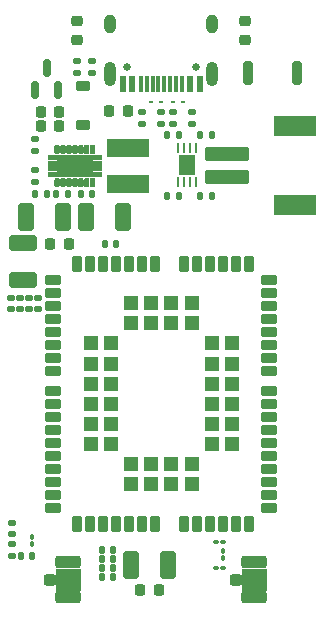
<source format=gbr>
%TF.GenerationSoftware,KiCad,Pcbnew,7.0.9*%
%TF.CreationDate,2024-08-31T12:22:45+08:00*%
%TF.ProjectId,IOT,494f542e-6b69-4636-9164-5f7063625858,rev?*%
%TF.SameCoordinates,Original*%
%TF.FileFunction,Soldermask,Top*%
%TF.FilePolarity,Negative*%
%FSLAX46Y46*%
G04 Gerber Fmt 4.6, Leading zero omitted, Abs format (unit mm)*
G04 Created by KiCad (PCBNEW 7.0.9) date 2024-08-31 12:22:45*
%MOMM*%
%LPD*%
G01*
G04 APERTURE LIST*
G04 Aperture macros list*
%AMRoundRect*
0 Rectangle with rounded corners*
0 $1 Rounding radius*
0 $2 $3 $4 $5 $6 $7 $8 $9 X,Y pos of 4 corners*
0 Add a 4 corners polygon primitive as box body*
4,1,4,$2,$3,$4,$5,$6,$7,$8,$9,$2,$3,0*
0 Add four circle primitives for the rounded corners*
1,1,$1+$1,$2,$3*
1,1,$1+$1,$4,$5*
1,1,$1+$1,$6,$7*
1,1,$1+$1,$8,$9*
0 Add four rect primitives between the rounded corners*
20,1,$1+$1,$2,$3,$4,$5,0*
20,1,$1+$1,$4,$5,$6,$7,0*
20,1,$1+$1,$6,$7,$8,$9,0*
20,1,$1+$1,$8,$9,$2,$3,0*%
G04 Aperture macros list end*
%ADD10C,0.010000*%
%ADD11RoundRect,0.225000X0.375000X-0.225000X0.375000X0.225000X-0.375000X0.225000X-0.375000X-0.225000X0*%
%ADD12RoundRect,0.140000X-0.170000X0.140000X-0.170000X-0.140000X0.170000X-0.140000X0.170000X0.140000X0*%
%ADD13RoundRect,0.135000X-0.135000X-0.185000X0.135000X-0.185000X0.135000X0.185000X-0.135000X0.185000X0*%
%ADD14RoundRect,0.250000X-0.275000X-0.250000X0.275000X-0.250000X0.275000X0.250000X-0.275000X0.250000X0*%
%ADD15RoundRect,0.250000X-0.850000X-0.275000X0.850000X-0.275000X0.850000X0.275000X-0.850000X0.275000X0*%
%ADD16RoundRect,0.100000X-0.100000X0.130000X-0.100000X-0.130000X0.100000X-0.130000X0.100000X0.130000X0*%
%ADD17RoundRect,0.218750X0.218750X0.256250X-0.218750X0.256250X-0.218750X-0.256250X0.218750X-0.256250X0*%
%ADD18RoundRect,0.135000X0.185000X-0.135000X0.185000X0.135000X-0.185000X0.135000X-0.185000X-0.135000X0*%
%ADD19RoundRect,0.100000X-0.130000X-0.100000X0.130000X-0.100000X0.130000X0.100000X-0.130000X0.100000X0*%
%ADD20RoundRect,0.225000X0.225000X0.250000X-0.225000X0.250000X-0.225000X-0.250000X0.225000X-0.250000X0*%
%ADD21RoundRect,0.250000X-0.412500X-0.925000X0.412500X-0.925000X0.412500X0.925000X-0.412500X0.925000X0*%
%ADD22RoundRect,0.140000X-0.140000X-0.170000X0.140000X-0.170000X0.140000X0.170000X-0.140000X0.170000X0*%
%ADD23RoundRect,0.250000X0.412500X0.925000X-0.412500X0.925000X-0.412500X-0.925000X0.412500X-0.925000X0*%
%ADD24RoundRect,0.140000X0.140000X0.170000X-0.140000X0.170000X-0.140000X-0.170000X0.140000X-0.170000X0*%
%ADD25RoundRect,0.250000X0.925000X-0.412500X0.925000X0.412500X-0.925000X0.412500X-0.925000X-0.412500X0*%
%ADD26RoundRect,0.062500X-0.117500X-0.062500X0.117500X-0.062500X0.117500X0.062500X-0.117500X0.062500X0*%
%ADD27RoundRect,0.135000X-0.185000X0.135000X-0.185000X-0.135000X0.185000X-0.135000X0.185000X0.135000X0*%
%ADD28RoundRect,0.135000X0.135000X0.185000X-0.135000X0.185000X-0.135000X-0.185000X0.135000X-0.185000X0*%
%ADD29RoundRect,0.062500X-0.062500X0.337500X-0.062500X-0.337500X0.062500X-0.337500X0.062500X0.337500X0*%
%ADD30R,1.400000X1.700000*%
%ADD31RoundRect,0.150000X0.150000X-0.587500X0.150000X0.587500X-0.150000X0.587500X-0.150000X-0.587500X0*%
%ADD32R,3.600000X1.500000*%
%ADD33RoundRect,0.147500X0.147500X0.172500X-0.147500X0.172500X-0.147500X-0.172500X0.147500X-0.172500X0*%
%ADD34RoundRect,0.147500X-0.172500X0.147500X-0.172500X-0.147500X0.172500X-0.147500X0.172500X0.147500X0*%
%ADD35RoundRect,0.062500X0.117500X0.062500X-0.117500X0.062500X-0.117500X-0.062500X0.117500X-0.062500X0*%
%ADD36RoundRect,0.200000X0.200000X0.800000X-0.200000X0.800000X-0.200000X-0.800000X0.200000X-0.800000X0*%
%ADD37C,0.650000*%
%ADD38R,0.600000X1.450000*%
%ADD39R,0.300000X1.450000*%
%ADD40O,1.000000X2.100000*%
%ADD41O,1.000000X1.600000*%
%ADD42RoundRect,0.102000X0.550000X0.350000X-0.550000X0.350000X-0.550000X-0.350000X0.550000X-0.350000X0*%
%ADD43RoundRect,0.102000X0.350000X0.550000X-0.350000X0.550000X-0.350000X-0.550000X0.350000X-0.550000X0*%
%ADD44RoundRect,0.102000X0.500000X0.500000X-0.500000X0.500000X-0.500000X-0.500000X0.500000X-0.500000X0*%
%ADD45RoundRect,0.218750X0.256250X-0.218750X0.256250X0.218750X-0.256250X0.218750X-0.256250X-0.218750X0*%
%ADD46RoundRect,0.102000X1.750000X-0.500000X1.750000X0.500000X-1.750000X0.500000X-1.750000X-0.500000X0*%
%ADD47RoundRect,0.102000X1.700000X-0.750000X1.700000X0.750000X-1.700000X0.750000X-1.700000X-0.750000X0*%
%ADD48RoundRect,0.140000X0.170000X-0.140000X0.170000X0.140000X-0.170000X0.140000X-0.170000X-0.140000X0*%
G04 APERTURE END LIST*
%TO.C,AE4*%
G36*
X170681000Y-98374000D02*
G01*
X172771000Y-98374000D01*
X172771000Y-100254000D01*
X170681000Y-100254000D01*
X170681000Y-98374000D01*
G37*
%TO.C,AE3*%
G36*
X154933000Y-98374000D02*
G01*
X157023000Y-98374000D01*
X157023000Y-100254000D01*
X154933000Y-100254000D01*
X154933000Y-98374000D01*
G37*
%TO.C,U2*%
D10*
X158734000Y-63734000D02*
X157959000Y-63734000D01*
X157959000Y-63854000D01*
X158734000Y-63854000D01*
X158734000Y-64194000D01*
X157959000Y-64194000D01*
X157959000Y-64314000D01*
X158734000Y-64314000D01*
X158734000Y-64654000D01*
X157959000Y-64654000D01*
X157959000Y-64774000D01*
X158734000Y-64774000D01*
X158734000Y-65114000D01*
X154194000Y-65114000D01*
X154194000Y-64774000D01*
X154969000Y-64774000D01*
X154969000Y-64654000D01*
X154194000Y-64654000D01*
X154194000Y-64314000D01*
X154969000Y-64314000D01*
X154969000Y-64194000D01*
X154194000Y-64194000D01*
X154194000Y-63854000D01*
X154969000Y-63854000D01*
X154969000Y-63734000D01*
X154194000Y-63734000D01*
X154194000Y-63394000D01*
X158734000Y-63394000D01*
X158734000Y-63734000D01*
G36*
X158734000Y-63734000D02*
G01*
X157959000Y-63734000D01*
X157959000Y-63854000D01*
X158734000Y-63854000D01*
X158734000Y-64194000D01*
X157959000Y-64194000D01*
X157959000Y-64314000D01*
X158734000Y-64314000D01*
X158734000Y-64654000D01*
X157959000Y-64654000D01*
X157959000Y-64774000D01*
X158734000Y-64774000D01*
X158734000Y-65114000D01*
X154194000Y-65114000D01*
X154194000Y-64774000D01*
X154969000Y-64774000D01*
X154969000Y-64654000D01*
X154194000Y-64654000D01*
X154194000Y-64314000D01*
X154969000Y-64314000D01*
X154969000Y-64194000D01*
X154194000Y-64194000D01*
X154194000Y-63854000D01*
X154969000Y-63854000D01*
X154969000Y-63734000D01*
X154194000Y-63734000D01*
X154194000Y-63394000D01*
X158734000Y-63394000D01*
X158734000Y-63734000D01*
G37*
X154984000Y-65285000D02*
X154994000Y-65286000D01*
X155004000Y-65288000D01*
X155013000Y-65290000D01*
X155023000Y-65293000D01*
X155032000Y-65297000D01*
X155041000Y-65300000D01*
X155050000Y-65305000D01*
X155059000Y-65309000D01*
X155067000Y-65315000D01*
X155076000Y-65320000D01*
X155084000Y-65326000D01*
X155091000Y-65333000D01*
X155098000Y-65340000D01*
X155105000Y-65347000D01*
X155112000Y-65354000D01*
X155118000Y-65362000D01*
X155123000Y-65371000D01*
X155129000Y-65379000D01*
X155133000Y-65388000D01*
X155138000Y-65397000D01*
X155141000Y-65406000D01*
X155145000Y-65415000D01*
X155148000Y-65425000D01*
X155150000Y-65434000D01*
X155152000Y-65444000D01*
X155153000Y-65454000D01*
X155154000Y-65464000D01*
X155154000Y-65474000D01*
X155154000Y-65834000D01*
X155154000Y-65844000D01*
X155153000Y-65854000D01*
X155152000Y-65864000D01*
X155150000Y-65874000D01*
X155148000Y-65883000D01*
X155145000Y-65893000D01*
X155141000Y-65902000D01*
X155138000Y-65911000D01*
X155133000Y-65920000D01*
X155129000Y-65929000D01*
X155123000Y-65937000D01*
X155118000Y-65946000D01*
X155112000Y-65954000D01*
X155105000Y-65961000D01*
X155098000Y-65968000D01*
X155091000Y-65975000D01*
X155084000Y-65982000D01*
X155076000Y-65988000D01*
X155067000Y-65993000D01*
X155059000Y-65999000D01*
X155050000Y-66003000D01*
X155041000Y-66008000D01*
X155032000Y-66011000D01*
X155023000Y-66015000D01*
X155013000Y-66018000D01*
X155004000Y-66020000D01*
X154994000Y-66022000D01*
X154984000Y-66023000D01*
X154974000Y-66024000D01*
X154964000Y-66024000D01*
X154954000Y-66024000D01*
X154944000Y-66023000D01*
X154934000Y-66022000D01*
X154924000Y-66020000D01*
X154915000Y-66018000D01*
X154905000Y-66015000D01*
X154896000Y-66011000D01*
X154887000Y-66008000D01*
X154878000Y-66003000D01*
X154869000Y-65999000D01*
X154861000Y-65993000D01*
X154852000Y-65988000D01*
X154844000Y-65982000D01*
X154837000Y-65975000D01*
X154830000Y-65968000D01*
X154823000Y-65961000D01*
X154816000Y-65954000D01*
X154810000Y-65946000D01*
X154805000Y-65937000D01*
X154799000Y-65929000D01*
X154795000Y-65920000D01*
X154790000Y-65911000D01*
X154787000Y-65902000D01*
X154783000Y-65893000D01*
X154780000Y-65883000D01*
X154778000Y-65874000D01*
X154776000Y-65864000D01*
X154775000Y-65854000D01*
X154774000Y-65844000D01*
X154774000Y-65834000D01*
X154774000Y-65474000D01*
X154774000Y-65464000D01*
X154775000Y-65454000D01*
X154776000Y-65444000D01*
X154778000Y-65434000D01*
X154780000Y-65425000D01*
X154783000Y-65415000D01*
X154787000Y-65406000D01*
X154790000Y-65397000D01*
X154795000Y-65388000D01*
X154799000Y-65379000D01*
X154805000Y-65371000D01*
X154810000Y-65362000D01*
X154816000Y-65354000D01*
X154823000Y-65347000D01*
X154830000Y-65340000D01*
X154837000Y-65333000D01*
X154844000Y-65326000D01*
X154852000Y-65320000D01*
X154861000Y-65315000D01*
X154869000Y-65309000D01*
X154878000Y-65305000D01*
X154887000Y-65300000D01*
X154896000Y-65297000D01*
X154905000Y-65293000D01*
X154915000Y-65290000D01*
X154924000Y-65288000D01*
X154934000Y-65286000D01*
X154944000Y-65285000D01*
X154954000Y-65284000D01*
X154964000Y-65284000D01*
X154974000Y-65284000D01*
X154984000Y-65285000D01*
G36*
X154984000Y-65285000D02*
G01*
X154994000Y-65286000D01*
X155004000Y-65288000D01*
X155013000Y-65290000D01*
X155023000Y-65293000D01*
X155032000Y-65297000D01*
X155041000Y-65300000D01*
X155050000Y-65305000D01*
X155059000Y-65309000D01*
X155067000Y-65315000D01*
X155076000Y-65320000D01*
X155084000Y-65326000D01*
X155091000Y-65333000D01*
X155098000Y-65340000D01*
X155105000Y-65347000D01*
X155112000Y-65354000D01*
X155118000Y-65362000D01*
X155123000Y-65371000D01*
X155129000Y-65379000D01*
X155133000Y-65388000D01*
X155138000Y-65397000D01*
X155141000Y-65406000D01*
X155145000Y-65415000D01*
X155148000Y-65425000D01*
X155150000Y-65434000D01*
X155152000Y-65444000D01*
X155153000Y-65454000D01*
X155154000Y-65464000D01*
X155154000Y-65474000D01*
X155154000Y-65834000D01*
X155154000Y-65844000D01*
X155153000Y-65854000D01*
X155152000Y-65864000D01*
X155150000Y-65874000D01*
X155148000Y-65883000D01*
X155145000Y-65893000D01*
X155141000Y-65902000D01*
X155138000Y-65911000D01*
X155133000Y-65920000D01*
X155129000Y-65929000D01*
X155123000Y-65937000D01*
X155118000Y-65946000D01*
X155112000Y-65954000D01*
X155105000Y-65961000D01*
X155098000Y-65968000D01*
X155091000Y-65975000D01*
X155084000Y-65982000D01*
X155076000Y-65988000D01*
X155067000Y-65993000D01*
X155059000Y-65999000D01*
X155050000Y-66003000D01*
X155041000Y-66008000D01*
X155032000Y-66011000D01*
X155023000Y-66015000D01*
X155013000Y-66018000D01*
X155004000Y-66020000D01*
X154994000Y-66022000D01*
X154984000Y-66023000D01*
X154974000Y-66024000D01*
X154964000Y-66024000D01*
X154954000Y-66024000D01*
X154944000Y-66023000D01*
X154934000Y-66022000D01*
X154924000Y-66020000D01*
X154915000Y-66018000D01*
X154905000Y-66015000D01*
X154896000Y-66011000D01*
X154887000Y-66008000D01*
X154878000Y-66003000D01*
X154869000Y-65999000D01*
X154861000Y-65993000D01*
X154852000Y-65988000D01*
X154844000Y-65982000D01*
X154837000Y-65975000D01*
X154830000Y-65968000D01*
X154823000Y-65961000D01*
X154816000Y-65954000D01*
X154810000Y-65946000D01*
X154805000Y-65937000D01*
X154799000Y-65929000D01*
X154795000Y-65920000D01*
X154790000Y-65911000D01*
X154787000Y-65902000D01*
X154783000Y-65893000D01*
X154780000Y-65883000D01*
X154778000Y-65874000D01*
X154776000Y-65864000D01*
X154775000Y-65854000D01*
X154774000Y-65844000D01*
X154774000Y-65834000D01*
X154774000Y-65474000D01*
X154774000Y-65464000D01*
X154775000Y-65454000D01*
X154776000Y-65444000D01*
X154778000Y-65434000D01*
X154780000Y-65425000D01*
X154783000Y-65415000D01*
X154787000Y-65406000D01*
X154790000Y-65397000D01*
X154795000Y-65388000D01*
X154799000Y-65379000D01*
X154805000Y-65371000D01*
X154810000Y-65362000D01*
X154816000Y-65354000D01*
X154823000Y-65347000D01*
X154830000Y-65340000D01*
X154837000Y-65333000D01*
X154844000Y-65326000D01*
X154852000Y-65320000D01*
X154861000Y-65315000D01*
X154869000Y-65309000D01*
X154878000Y-65305000D01*
X154887000Y-65300000D01*
X154896000Y-65297000D01*
X154905000Y-65293000D01*
X154915000Y-65290000D01*
X154924000Y-65288000D01*
X154934000Y-65286000D01*
X154944000Y-65285000D01*
X154954000Y-65284000D01*
X154964000Y-65284000D01*
X154974000Y-65284000D01*
X154984000Y-65285000D01*
G37*
X155484000Y-65285000D02*
X155494000Y-65286000D01*
X155504000Y-65288000D01*
X155513000Y-65290000D01*
X155523000Y-65293000D01*
X155532000Y-65297000D01*
X155541000Y-65300000D01*
X155550000Y-65305000D01*
X155559000Y-65309000D01*
X155567000Y-65315000D01*
X155576000Y-65320000D01*
X155584000Y-65326000D01*
X155591000Y-65333000D01*
X155598000Y-65340000D01*
X155605000Y-65347000D01*
X155612000Y-65354000D01*
X155618000Y-65362000D01*
X155623000Y-65371000D01*
X155629000Y-65379000D01*
X155633000Y-65388000D01*
X155638000Y-65397000D01*
X155641000Y-65406000D01*
X155645000Y-65415000D01*
X155648000Y-65425000D01*
X155650000Y-65434000D01*
X155652000Y-65444000D01*
X155653000Y-65454000D01*
X155654000Y-65464000D01*
X155654000Y-65474000D01*
X155654000Y-65834000D01*
X155654000Y-65844000D01*
X155653000Y-65854000D01*
X155652000Y-65864000D01*
X155650000Y-65874000D01*
X155648000Y-65883000D01*
X155645000Y-65893000D01*
X155641000Y-65902000D01*
X155638000Y-65911000D01*
X155633000Y-65920000D01*
X155629000Y-65929000D01*
X155623000Y-65937000D01*
X155618000Y-65946000D01*
X155612000Y-65954000D01*
X155605000Y-65961000D01*
X155598000Y-65968000D01*
X155591000Y-65975000D01*
X155584000Y-65982000D01*
X155576000Y-65988000D01*
X155567000Y-65993000D01*
X155559000Y-65999000D01*
X155550000Y-66003000D01*
X155541000Y-66008000D01*
X155532000Y-66011000D01*
X155523000Y-66015000D01*
X155513000Y-66018000D01*
X155504000Y-66020000D01*
X155494000Y-66022000D01*
X155484000Y-66023000D01*
X155474000Y-66024000D01*
X155464000Y-66024000D01*
X155454000Y-66024000D01*
X155444000Y-66023000D01*
X155434000Y-66022000D01*
X155424000Y-66020000D01*
X155415000Y-66018000D01*
X155405000Y-66015000D01*
X155396000Y-66011000D01*
X155387000Y-66008000D01*
X155378000Y-66003000D01*
X155369000Y-65999000D01*
X155361000Y-65993000D01*
X155352000Y-65988000D01*
X155344000Y-65982000D01*
X155337000Y-65975000D01*
X155330000Y-65968000D01*
X155323000Y-65961000D01*
X155316000Y-65954000D01*
X155310000Y-65946000D01*
X155305000Y-65937000D01*
X155299000Y-65929000D01*
X155295000Y-65920000D01*
X155290000Y-65911000D01*
X155287000Y-65902000D01*
X155283000Y-65893000D01*
X155280000Y-65883000D01*
X155278000Y-65874000D01*
X155276000Y-65864000D01*
X155275000Y-65854000D01*
X155274000Y-65844000D01*
X155274000Y-65834000D01*
X155274000Y-65474000D01*
X155274000Y-65464000D01*
X155275000Y-65454000D01*
X155276000Y-65444000D01*
X155278000Y-65434000D01*
X155280000Y-65425000D01*
X155283000Y-65415000D01*
X155287000Y-65406000D01*
X155290000Y-65397000D01*
X155295000Y-65388000D01*
X155299000Y-65379000D01*
X155305000Y-65371000D01*
X155310000Y-65362000D01*
X155316000Y-65354000D01*
X155323000Y-65347000D01*
X155330000Y-65340000D01*
X155337000Y-65333000D01*
X155344000Y-65326000D01*
X155352000Y-65320000D01*
X155361000Y-65315000D01*
X155369000Y-65309000D01*
X155378000Y-65305000D01*
X155387000Y-65300000D01*
X155396000Y-65297000D01*
X155405000Y-65293000D01*
X155415000Y-65290000D01*
X155424000Y-65288000D01*
X155434000Y-65286000D01*
X155444000Y-65285000D01*
X155454000Y-65284000D01*
X155464000Y-65284000D01*
X155474000Y-65284000D01*
X155484000Y-65285000D01*
G36*
X155484000Y-65285000D02*
G01*
X155494000Y-65286000D01*
X155504000Y-65288000D01*
X155513000Y-65290000D01*
X155523000Y-65293000D01*
X155532000Y-65297000D01*
X155541000Y-65300000D01*
X155550000Y-65305000D01*
X155559000Y-65309000D01*
X155567000Y-65315000D01*
X155576000Y-65320000D01*
X155584000Y-65326000D01*
X155591000Y-65333000D01*
X155598000Y-65340000D01*
X155605000Y-65347000D01*
X155612000Y-65354000D01*
X155618000Y-65362000D01*
X155623000Y-65371000D01*
X155629000Y-65379000D01*
X155633000Y-65388000D01*
X155638000Y-65397000D01*
X155641000Y-65406000D01*
X155645000Y-65415000D01*
X155648000Y-65425000D01*
X155650000Y-65434000D01*
X155652000Y-65444000D01*
X155653000Y-65454000D01*
X155654000Y-65464000D01*
X155654000Y-65474000D01*
X155654000Y-65834000D01*
X155654000Y-65844000D01*
X155653000Y-65854000D01*
X155652000Y-65864000D01*
X155650000Y-65874000D01*
X155648000Y-65883000D01*
X155645000Y-65893000D01*
X155641000Y-65902000D01*
X155638000Y-65911000D01*
X155633000Y-65920000D01*
X155629000Y-65929000D01*
X155623000Y-65937000D01*
X155618000Y-65946000D01*
X155612000Y-65954000D01*
X155605000Y-65961000D01*
X155598000Y-65968000D01*
X155591000Y-65975000D01*
X155584000Y-65982000D01*
X155576000Y-65988000D01*
X155567000Y-65993000D01*
X155559000Y-65999000D01*
X155550000Y-66003000D01*
X155541000Y-66008000D01*
X155532000Y-66011000D01*
X155523000Y-66015000D01*
X155513000Y-66018000D01*
X155504000Y-66020000D01*
X155494000Y-66022000D01*
X155484000Y-66023000D01*
X155474000Y-66024000D01*
X155464000Y-66024000D01*
X155454000Y-66024000D01*
X155444000Y-66023000D01*
X155434000Y-66022000D01*
X155424000Y-66020000D01*
X155415000Y-66018000D01*
X155405000Y-66015000D01*
X155396000Y-66011000D01*
X155387000Y-66008000D01*
X155378000Y-66003000D01*
X155369000Y-65999000D01*
X155361000Y-65993000D01*
X155352000Y-65988000D01*
X155344000Y-65982000D01*
X155337000Y-65975000D01*
X155330000Y-65968000D01*
X155323000Y-65961000D01*
X155316000Y-65954000D01*
X155310000Y-65946000D01*
X155305000Y-65937000D01*
X155299000Y-65929000D01*
X155295000Y-65920000D01*
X155290000Y-65911000D01*
X155287000Y-65902000D01*
X155283000Y-65893000D01*
X155280000Y-65883000D01*
X155278000Y-65874000D01*
X155276000Y-65864000D01*
X155275000Y-65854000D01*
X155274000Y-65844000D01*
X155274000Y-65834000D01*
X155274000Y-65474000D01*
X155274000Y-65464000D01*
X155275000Y-65454000D01*
X155276000Y-65444000D01*
X155278000Y-65434000D01*
X155280000Y-65425000D01*
X155283000Y-65415000D01*
X155287000Y-65406000D01*
X155290000Y-65397000D01*
X155295000Y-65388000D01*
X155299000Y-65379000D01*
X155305000Y-65371000D01*
X155310000Y-65362000D01*
X155316000Y-65354000D01*
X155323000Y-65347000D01*
X155330000Y-65340000D01*
X155337000Y-65333000D01*
X155344000Y-65326000D01*
X155352000Y-65320000D01*
X155361000Y-65315000D01*
X155369000Y-65309000D01*
X155378000Y-65305000D01*
X155387000Y-65300000D01*
X155396000Y-65297000D01*
X155405000Y-65293000D01*
X155415000Y-65290000D01*
X155424000Y-65288000D01*
X155434000Y-65286000D01*
X155444000Y-65285000D01*
X155454000Y-65284000D01*
X155464000Y-65284000D01*
X155474000Y-65284000D01*
X155484000Y-65285000D01*
G37*
X155984000Y-65285000D02*
X155994000Y-65286000D01*
X156004000Y-65288000D01*
X156013000Y-65290000D01*
X156023000Y-65293000D01*
X156032000Y-65297000D01*
X156041000Y-65300000D01*
X156050000Y-65305000D01*
X156059000Y-65309000D01*
X156067000Y-65315000D01*
X156076000Y-65320000D01*
X156084000Y-65326000D01*
X156091000Y-65333000D01*
X156098000Y-65340000D01*
X156105000Y-65347000D01*
X156112000Y-65354000D01*
X156118000Y-65362000D01*
X156123000Y-65371000D01*
X156129000Y-65379000D01*
X156133000Y-65388000D01*
X156138000Y-65397000D01*
X156141000Y-65406000D01*
X156145000Y-65415000D01*
X156148000Y-65425000D01*
X156150000Y-65434000D01*
X156152000Y-65444000D01*
X156153000Y-65454000D01*
X156154000Y-65464000D01*
X156154000Y-65474000D01*
X156154000Y-65834000D01*
X156154000Y-65844000D01*
X156153000Y-65854000D01*
X156152000Y-65864000D01*
X156150000Y-65874000D01*
X156148000Y-65883000D01*
X156145000Y-65893000D01*
X156141000Y-65902000D01*
X156138000Y-65911000D01*
X156133000Y-65920000D01*
X156129000Y-65929000D01*
X156123000Y-65937000D01*
X156118000Y-65946000D01*
X156112000Y-65954000D01*
X156105000Y-65961000D01*
X156098000Y-65968000D01*
X156091000Y-65975000D01*
X156084000Y-65982000D01*
X156076000Y-65988000D01*
X156067000Y-65993000D01*
X156059000Y-65999000D01*
X156050000Y-66003000D01*
X156041000Y-66008000D01*
X156032000Y-66011000D01*
X156023000Y-66015000D01*
X156013000Y-66018000D01*
X156004000Y-66020000D01*
X155994000Y-66022000D01*
X155984000Y-66023000D01*
X155974000Y-66024000D01*
X155964000Y-66024000D01*
X155954000Y-66024000D01*
X155944000Y-66023000D01*
X155934000Y-66022000D01*
X155924000Y-66020000D01*
X155915000Y-66018000D01*
X155905000Y-66015000D01*
X155896000Y-66011000D01*
X155887000Y-66008000D01*
X155878000Y-66003000D01*
X155869000Y-65999000D01*
X155861000Y-65993000D01*
X155852000Y-65988000D01*
X155844000Y-65982000D01*
X155837000Y-65975000D01*
X155830000Y-65968000D01*
X155823000Y-65961000D01*
X155816000Y-65954000D01*
X155810000Y-65946000D01*
X155805000Y-65937000D01*
X155799000Y-65929000D01*
X155795000Y-65920000D01*
X155790000Y-65911000D01*
X155787000Y-65902000D01*
X155783000Y-65893000D01*
X155780000Y-65883000D01*
X155778000Y-65874000D01*
X155776000Y-65864000D01*
X155775000Y-65854000D01*
X155774000Y-65844000D01*
X155774000Y-65834000D01*
X155774000Y-65474000D01*
X155774000Y-65464000D01*
X155775000Y-65454000D01*
X155776000Y-65444000D01*
X155778000Y-65434000D01*
X155780000Y-65425000D01*
X155783000Y-65415000D01*
X155787000Y-65406000D01*
X155790000Y-65397000D01*
X155795000Y-65388000D01*
X155799000Y-65379000D01*
X155805000Y-65371000D01*
X155810000Y-65362000D01*
X155816000Y-65354000D01*
X155823000Y-65347000D01*
X155830000Y-65340000D01*
X155837000Y-65333000D01*
X155844000Y-65326000D01*
X155852000Y-65320000D01*
X155861000Y-65315000D01*
X155869000Y-65309000D01*
X155878000Y-65305000D01*
X155887000Y-65300000D01*
X155896000Y-65297000D01*
X155905000Y-65293000D01*
X155915000Y-65290000D01*
X155924000Y-65288000D01*
X155934000Y-65286000D01*
X155944000Y-65285000D01*
X155954000Y-65284000D01*
X155964000Y-65284000D01*
X155974000Y-65284000D01*
X155984000Y-65285000D01*
G36*
X155984000Y-65285000D02*
G01*
X155994000Y-65286000D01*
X156004000Y-65288000D01*
X156013000Y-65290000D01*
X156023000Y-65293000D01*
X156032000Y-65297000D01*
X156041000Y-65300000D01*
X156050000Y-65305000D01*
X156059000Y-65309000D01*
X156067000Y-65315000D01*
X156076000Y-65320000D01*
X156084000Y-65326000D01*
X156091000Y-65333000D01*
X156098000Y-65340000D01*
X156105000Y-65347000D01*
X156112000Y-65354000D01*
X156118000Y-65362000D01*
X156123000Y-65371000D01*
X156129000Y-65379000D01*
X156133000Y-65388000D01*
X156138000Y-65397000D01*
X156141000Y-65406000D01*
X156145000Y-65415000D01*
X156148000Y-65425000D01*
X156150000Y-65434000D01*
X156152000Y-65444000D01*
X156153000Y-65454000D01*
X156154000Y-65464000D01*
X156154000Y-65474000D01*
X156154000Y-65834000D01*
X156154000Y-65844000D01*
X156153000Y-65854000D01*
X156152000Y-65864000D01*
X156150000Y-65874000D01*
X156148000Y-65883000D01*
X156145000Y-65893000D01*
X156141000Y-65902000D01*
X156138000Y-65911000D01*
X156133000Y-65920000D01*
X156129000Y-65929000D01*
X156123000Y-65937000D01*
X156118000Y-65946000D01*
X156112000Y-65954000D01*
X156105000Y-65961000D01*
X156098000Y-65968000D01*
X156091000Y-65975000D01*
X156084000Y-65982000D01*
X156076000Y-65988000D01*
X156067000Y-65993000D01*
X156059000Y-65999000D01*
X156050000Y-66003000D01*
X156041000Y-66008000D01*
X156032000Y-66011000D01*
X156023000Y-66015000D01*
X156013000Y-66018000D01*
X156004000Y-66020000D01*
X155994000Y-66022000D01*
X155984000Y-66023000D01*
X155974000Y-66024000D01*
X155964000Y-66024000D01*
X155954000Y-66024000D01*
X155944000Y-66023000D01*
X155934000Y-66022000D01*
X155924000Y-66020000D01*
X155915000Y-66018000D01*
X155905000Y-66015000D01*
X155896000Y-66011000D01*
X155887000Y-66008000D01*
X155878000Y-66003000D01*
X155869000Y-65999000D01*
X155861000Y-65993000D01*
X155852000Y-65988000D01*
X155844000Y-65982000D01*
X155837000Y-65975000D01*
X155830000Y-65968000D01*
X155823000Y-65961000D01*
X155816000Y-65954000D01*
X155810000Y-65946000D01*
X155805000Y-65937000D01*
X155799000Y-65929000D01*
X155795000Y-65920000D01*
X155790000Y-65911000D01*
X155787000Y-65902000D01*
X155783000Y-65893000D01*
X155780000Y-65883000D01*
X155778000Y-65874000D01*
X155776000Y-65864000D01*
X155775000Y-65854000D01*
X155774000Y-65844000D01*
X155774000Y-65834000D01*
X155774000Y-65474000D01*
X155774000Y-65464000D01*
X155775000Y-65454000D01*
X155776000Y-65444000D01*
X155778000Y-65434000D01*
X155780000Y-65425000D01*
X155783000Y-65415000D01*
X155787000Y-65406000D01*
X155790000Y-65397000D01*
X155795000Y-65388000D01*
X155799000Y-65379000D01*
X155805000Y-65371000D01*
X155810000Y-65362000D01*
X155816000Y-65354000D01*
X155823000Y-65347000D01*
X155830000Y-65340000D01*
X155837000Y-65333000D01*
X155844000Y-65326000D01*
X155852000Y-65320000D01*
X155861000Y-65315000D01*
X155869000Y-65309000D01*
X155878000Y-65305000D01*
X155887000Y-65300000D01*
X155896000Y-65297000D01*
X155905000Y-65293000D01*
X155915000Y-65290000D01*
X155924000Y-65288000D01*
X155934000Y-65286000D01*
X155944000Y-65285000D01*
X155954000Y-65284000D01*
X155964000Y-65284000D01*
X155974000Y-65284000D01*
X155984000Y-65285000D01*
G37*
X156484000Y-65285000D02*
X156494000Y-65286000D01*
X156504000Y-65288000D01*
X156513000Y-65290000D01*
X156523000Y-65293000D01*
X156532000Y-65297000D01*
X156541000Y-65300000D01*
X156550000Y-65305000D01*
X156559000Y-65309000D01*
X156567000Y-65315000D01*
X156576000Y-65320000D01*
X156584000Y-65326000D01*
X156591000Y-65333000D01*
X156598000Y-65340000D01*
X156605000Y-65347000D01*
X156612000Y-65354000D01*
X156618000Y-65362000D01*
X156623000Y-65371000D01*
X156629000Y-65379000D01*
X156633000Y-65388000D01*
X156638000Y-65397000D01*
X156641000Y-65406000D01*
X156645000Y-65415000D01*
X156648000Y-65425000D01*
X156650000Y-65434000D01*
X156652000Y-65444000D01*
X156653000Y-65454000D01*
X156654000Y-65464000D01*
X156654000Y-65474000D01*
X156654000Y-65834000D01*
X156654000Y-65844000D01*
X156653000Y-65854000D01*
X156652000Y-65864000D01*
X156650000Y-65874000D01*
X156648000Y-65883000D01*
X156645000Y-65893000D01*
X156641000Y-65902000D01*
X156638000Y-65911000D01*
X156633000Y-65920000D01*
X156629000Y-65929000D01*
X156623000Y-65937000D01*
X156618000Y-65946000D01*
X156612000Y-65954000D01*
X156605000Y-65961000D01*
X156598000Y-65968000D01*
X156591000Y-65975000D01*
X156584000Y-65982000D01*
X156576000Y-65988000D01*
X156567000Y-65993000D01*
X156559000Y-65999000D01*
X156550000Y-66003000D01*
X156541000Y-66008000D01*
X156532000Y-66011000D01*
X156523000Y-66015000D01*
X156513000Y-66018000D01*
X156504000Y-66020000D01*
X156494000Y-66022000D01*
X156484000Y-66023000D01*
X156474000Y-66024000D01*
X156464000Y-66024000D01*
X156454000Y-66024000D01*
X156444000Y-66023000D01*
X156434000Y-66022000D01*
X156424000Y-66020000D01*
X156415000Y-66018000D01*
X156405000Y-66015000D01*
X156396000Y-66011000D01*
X156387000Y-66008000D01*
X156378000Y-66003000D01*
X156369000Y-65999000D01*
X156361000Y-65993000D01*
X156352000Y-65988000D01*
X156344000Y-65982000D01*
X156337000Y-65975000D01*
X156330000Y-65968000D01*
X156323000Y-65961000D01*
X156316000Y-65954000D01*
X156310000Y-65946000D01*
X156305000Y-65937000D01*
X156299000Y-65929000D01*
X156295000Y-65920000D01*
X156290000Y-65911000D01*
X156287000Y-65902000D01*
X156283000Y-65893000D01*
X156280000Y-65883000D01*
X156278000Y-65874000D01*
X156276000Y-65864000D01*
X156275000Y-65854000D01*
X156274000Y-65844000D01*
X156274000Y-65834000D01*
X156274000Y-65474000D01*
X156274000Y-65464000D01*
X156275000Y-65454000D01*
X156276000Y-65444000D01*
X156278000Y-65434000D01*
X156280000Y-65425000D01*
X156283000Y-65415000D01*
X156287000Y-65406000D01*
X156290000Y-65397000D01*
X156295000Y-65388000D01*
X156299000Y-65379000D01*
X156305000Y-65371000D01*
X156310000Y-65362000D01*
X156316000Y-65354000D01*
X156323000Y-65347000D01*
X156330000Y-65340000D01*
X156337000Y-65333000D01*
X156344000Y-65326000D01*
X156352000Y-65320000D01*
X156361000Y-65315000D01*
X156369000Y-65309000D01*
X156378000Y-65305000D01*
X156387000Y-65300000D01*
X156396000Y-65297000D01*
X156405000Y-65293000D01*
X156415000Y-65290000D01*
X156424000Y-65288000D01*
X156434000Y-65286000D01*
X156444000Y-65285000D01*
X156454000Y-65284000D01*
X156464000Y-65284000D01*
X156474000Y-65284000D01*
X156484000Y-65285000D01*
G36*
X156484000Y-65285000D02*
G01*
X156494000Y-65286000D01*
X156504000Y-65288000D01*
X156513000Y-65290000D01*
X156523000Y-65293000D01*
X156532000Y-65297000D01*
X156541000Y-65300000D01*
X156550000Y-65305000D01*
X156559000Y-65309000D01*
X156567000Y-65315000D01*
X156576000Y-65320000D01*
X156584000Y-65326000D01*
X156591000Y-65333000D01*
X156598000Y-65340000D01*
X156605000Y-65347000D01*
X156612000Y-65354000D01*
X156618000Y-65362000D01*
X156623000Y-65371000D01*
X156629000Y-65379000D01*
X156633000Y-65388000D01*
X156638000Y-65397000D01*
X156641000Y-65406000D01*
X156645000Y-65415000D01*
X156648000Y-65425000D01*
X156650000Y-65434000D01*
X156652000Y-65444000D01*
X156653000Y-65454000D01*
X156654000Y-65464000D01*
X156654000Y-65474000D01*
X156654000Y-65834000D01*
X156654000Y-65844000D01*
X156653000Y-65854000D01*
X156652000Y-65864000D01*
X156650000Y-65874000D01*
X156648000Y-65883000D01*
X156645000Y-65893000D01*
X156641000Y-65902000D01*
X156638000Y-65911000D01*
X156633000Y-65920000D01*
X156629000Y-65929000D01*
X156623000Y-65937000D01*
X156618000Y-65946000D01*
X156612000Y-65954000D01*
X156605000Y-65961000D01*
X156598000Y-65968000D01*
X156591000Y-65975000D01*
X156584000Y-65982000D01*
X156576000Y-65988000D01*
X156567000Y-65993000D01*
X156559000Y-65999000D01*
X156550000Y-66003000D01*
X156541000Y-66008000D01*
X156532000Y-66011000D01*
X156523000Y-66015000D01*
X156513000Y-66018000D01*
X156504000Y-66020000D01*
X156494000Y-66022000D01*
X156484000Y-66023000D01*
X156474000Y-66024000D01*
X156464000Y-66024000D01*
X156454000Y-66024000D01*
X156444000Y-66023000D01*
X156434000Y-66022000D01*
X156424000Y-66020000D01*
X156415000Y-66018000D01*
X156405000Y-66015000D01*
X156396000Y-66011000D01*
X156387000Y-66008000D01*
X156378000Y-66003000D01*
X156369000Y-65999000D01*
X156361000Y-65993000D01*
X156352000Y-65988000D01*
X156344000Y-65982000D01*
X156337000Y-65975000D01*
X156330000Y-65968000D01*
X156323000Y-65961000D01*
X156316000Y-65954000D01*
X156310000Y-65946000D01*
X156305000Y-65937000D01*
X156299000Y-65929000D01*
X156295000Y-65920000D01*
X156290000Y-65911000D01*
X156287000Y-65902000D01*
X156283000Y-65893000D01*
X156280000Y-65883000D01*
X156278000Y-65874000D01*
X156276000Y-65864000D01*
X156275000Y-65854000D01*
X156274000Y-65844000D01*
X156274000Y-65834000D01*
X156274000Y-65474000D01*
X156274000Y-65464000D01*
X156275000Y-65454000D01*
X156276000Y-65444000D01*
X156278000Y-65434000D01*
X156280000Y-65425000D01*
X156283000Y-65415000D01*
X156287000Y-65406000D01*
X156290000Y-65397000D01*
X156295000Y-65388000D01*
X156299000Y-65379000D01*
X156305000Y-65371000D01*
X156310000Y-65362000D01*
X156316000Y-65354000D01*
X156323000Y-65347000D01*
X156330000Y-65340000D01*
X156337000Y-65333000D01*
X156344000Y-65326000D01*
X156352000Y-65320000D01*
X156361000Y-65315000D01*
X156369000Y-65309000D01*
X156378000Y-65305000D01*
X156387000Y-65300000D01*
X156396000Y-65297000D01*
X156405000Y-65293000D01*
X156415000Y-65290000D01*
X156424000Y-65288000D01*
X156434000Y-65286000D01*
X156444000Y-65285000D01*
X156454000Y-65284000D01*
X156464000Y-65284000D01*
X156474000Y-65284000D01*
X156484000Y-65285000D01*
G37*
X156984000Y-65285000D02*
X156994000Y-65286000D01*
X157004000Y-65288000D01*
X157013000Y-65290000D01*
X157023000Y-65293000D01*
X157032000Y-65297000D01*
X157041000Y-65300000D01*
X157050000Y-65305000D01*
X157059000Y-65309000D01*
X157067000Y-65315000D01*
X157076000Y-65320000D01*
X157084000Y-65326000D01*
X157091000Y-65333000D01*
X157098000Y-65340000D01*
X157105000Y-65347000D01*
X157112000Y-65354000D01*
X157118000Y-65362000D01*
X157123000Y-65371000D01*
X157129000Y-65379000D01*
X157133000Y-65388000D01*
X157138000Y-65397000D01*
X157141000Y-65406000D01*
X157145000Y-65415000D01*
X157148000Y-65425000D01*
X157150000Y-65434000D01*
X157152000Y-65444000D01*
X157153000Y-65454000D01*
X157154000Y-65464000D01*
X157154000Y-65474000D01*
X157154000Y-65834000D01*
X157154000Y-65844000D01*
X157153000Y-65854000D01*
X157152000Y-65864000D01*
X157150000Y-65874000D01*
X157148000Y-65883000D01*
X157145000Y-65893000D01*
X157141000Y-65902000D01*
X157138000Y-65911000D01*
X157133000Y-65920000D01*
X157129000Y-65929000D01*
X157123000Y-65937000D01*
X157118000Y-65946000D01*
X157112000Y-65954000D01*
X157105000Y-65961000D01*
X157098000Y-65968000D01*
X157091000Y-65975000D01*
X157084000Y-65982000D01*
X157076000Y-65988000D01*
X157067000Y-65993000D01*
X157059000Y-65999000D01*
X157050000Y-66003000D01*
X157041000Y-66008000D01*
X157032000Y-66011000D01*
X157023000Y-66015000D01*
X157013000Y-66018000D01*
X157004000Y-66020000D01*
X156994000Y-66022000D01*
X156984000Y-66023000D01*
X156974000Y-66024000D01*
X156964000Y-66024000D01*
X156954000Y-66024000D01*
X156944000Y-66023000D01*
X156934000Y-66022000D01*
X156924000Y-66020000D01*
X156915000Y-66018000D01*
X156905000Y-66015000D01*
X156896000Y-66011000D01*
X156887000Y-66008000D01*
X156878000Y-66003000D01*
X156869000Y-65999000D01*
X156861000Y-65993000D01*
X156852000Y-65988000D01*
X156844000Y-65982000D01*
X156837000Y-65975000D01*
X156830000Y-65968000D01*
X156823000Y-65961000D01*
X156816000Y-65954000D01*
X156810000Y-65946000D01*
X156805000Y-65937000D01*
X156799000Y-65929000D01*
X156795000Y-65920000D01*
X156790000Y-65911000D01*
X156787000Y-65902000D01*
X156783000Y-65893000D01*
X156780000Y-65883000D01*
X156778000Y-65874000D01*
X156776000Y-65864000D01*
X156775000Y-65854000D01*
X156774000Y-65844000D01*
X156774000Y-65834000D01*
X156774000Y-65474000D01*
X156774000Y-65464000D01*
X156775000Y-65454000D01*
X156776000Y-65444000D01*
X156778000Y-65434000D01*
X156780000Y-65425000D01*
X156783000Y-65415000D01*
X156787000Y-65406000D01*
X156790000Y-65397000D01*
X156795000Y-65388000D01*
X156799000Y-65379000D01*
X156805000Y-65371000D01*
X156810000Y-65362000D01*
X156816000Y-65354000D01*
X156823000Y-65347000D01*
X156830000Y-65340000D01*
X156837000Y-65333000D01*
X156844000Y-65326000D01*
X156852000Y-65320000D01*
X156861000Y-65315000D01*
X156869000Y-65309000D01*
X156878000Y-65305000D01*
X156887000Y-65300000D01*
X156896000Y-65297000D01*
X156905000Y-65293000D01*
X156915000Y-65290000D01*
X156924000Y-65288000D01*
X156934000Y-65286000D01*
X156944000Y-65285000D01*
X156954000Y-65284000D01*
X156964000Y-65284000D01*
X156974000Y-65284000D01*
X156984000Y-65285000D01*
G36*
X156984000Y-65285000D02*
G01*
X156994000Y-65286000D01*
X157004000Y-65288000D01*
X157013000Y-65290000D01*
X157023000Y-65293000D01*
X157032000Y-65297000D01*
X157041000Y-65300000D01*
X157050000Y-65305000D01*
X157059000Y-65309000D01*
X157067000Y-65315000D01*
X157076000Y-65320000D01*
X157084000Y-65326000D01*
X157091000Y-65333000D01*
X157098000Y-65340000D01*
X157105000Y-65347000D01*
X157112000Y-65354000D01*
X157118000Y-65362000D01*
X157123000Y-65371000D01*
X157129000Y-65379000D01*
X157133000Y-65388000D01*
X157138000Y-65397000D01*
X157141000Y-65406000D01*
X157145000Y-65415000D01*
X157148000Y-65425000D01*
X157150000Y-65434000D01*
X157152000Y-65444000D01*
X157153000Y-65454000D01*
X157154000Y-65464000D01*
X157154000Y-65474000D01*
X157154000Y-65834000D01*
X157154000Y-65844000D01*
X157153000Y-65854000D01*
X157152000Y-65864000D01*
X157150000Y-65874000D01*
X157148000Y-65883000D01*
X157145000Y-65893000D01*
X157141000Y-65902000D01*
X157138000Y-65911000D01*
X157133000Y-65920000D01*
X157129000Y-65929000D01*
X157123000Y-65937000D01*
X157118000Y-65946000D01*
X157112000Y-65954000D01*
X157105000Y-65961000D01*
X157098000Y-65968000D01*
X157091000Y-65975000D01*
X157084000Y-65982000D01*
X157076000Y-65988000D01*
X157067000Y-65993000D01*
X157059000Y-65999000D01*
X157050000Y-66003000D01*
X157041000Y-66008000D01*
X157032000Y-66011000D01*
X157023000Y-66015000D01*
X157013000Y-66018000D01*
X157004000Y-66020000D01*
X156994000Y-66022000D01*
X156984000Y-66023000D01*
X156974000Y-66024000D01*
X156964000Y-66024000D01*
X156954000Y-66024000D01*
X156944000Y-66023000D01*
X156934000Y-66022000D01*
X156924000Y-66020000D01*
X156915000Y-66018000D01*
X156905000Y-66015000D01*
X156896000Y-66011000D01*
X156887000Y-66008000D01*
X156878000Y-66003000D01*
X156869000Y-65999000D01*
X156861000Y-65993000D01*
X156852000Y-65988000D01*
X156844000Y-65982000D01*
X156837000Y-65975000D01*
X156830000Y-65968000D01*
X156823000Y-65961000D01*
X156816000Y-65954000D01*
X156810000Y-65946000D01*
X156805000Y-65937000D01*
X156799000Y-65929000D01*
X156795000Y-65920000D01*
X156790000Y-65911000D01*
X156787000Y-65902000D01*
X156783000Y-65893000D01*
X156780000Y-65883000D01*
X156778000Y-65874000D01*
X156776000Y-65864000D01*
X156775000Y-65854000D01*
X156774000Y-65844000D01*
X156774000Y-65834000D01*
X156774000Y-65474000D01*
X156774000Y-65464000D01*
X156775000Y-65454000D01*
X156776000Y-65444000D01*
X156778000Y-65434000D01*
X156780000Y-65425000D01*
X156783000Y-65415000D01*
X156787000Y-65406000D01*
X156790000Y-65397000D01*
X156795000Y-65388000D01*
X156799000Y-65379000D01*
X156805000Y-65371000D01*
X156810000Y-65362000D01*
X156816000Y-65354000D01*
X156823000Y-65347000D01*
X156830000Y-65340000D01*
X156837000Y-65333000D01*
X156844000Y-65326000D01*
X156852000Y-65320000D01*
X156861000Y-65315000D01*
X156869000Y-65309000D01*
X156878000Y-65305000D01*
X156887000Y-65300000D01*
X156896000Y-65297000D01*
X156905000Y-65293000D01*
X156915000Y-65290000D01*
X156924000Y-65288000D01*
X156934000Y-65286000D01*
X156944000Y-65285000D01*
X156954000Y-65284000D01*
X156964000Y-65284000D01*
X156974000Y-65284000D01*
X156984000Y-65285000D01*
G37*
X157484000Y-65285000D02*
X157494000Y-65286000D01*
X157504000Y-65288000D01*
X157513000Y-65290000D01*
X157523000Y-65293000D01*
X157532000Y-65297000D01*
X157541000Y-65300000D01*
X157550000Y-65305000D01*
X157559000Y-65309000D01*
X157567000Y-65315000D01*
X157576000Y-65320000D01*
X157584000Y-65326000D01*
X157591000Y-65333000D01*
X157598000Y-65340000D01*
X157605000Y-65347000D01*
X157612000Y-65354000D01*
X157618000Y-65362000D01*
X157623000Y-65371000D01*
X157629000Y-65379000D01*
X157633000Y-65388000D01*
X157638000Y-65397000D01*
X157641000Y-65406000D01*
X157645000Y-65415000D01*
X157648000Y-65425000D01*
X157650000Y-65434000D01*
X157652000Y-65444000D01*
X157653000Y-65454000D01*
X157654000Y-65464000D01*
X157654000Y-65474000D01*
X157654000Y-65834000D01*
X157654000Y-65844000D01*
X157653000Y-65854000D01*
X157652000Y-65864000D01*
X157650000Y-65874000D01*
X157648000Y-65883000D01*
X157645000Y-65893000D01*
X157641000Y-65902000D01*
X157638000Y-65911000D01*
X157633000Y-65920000D01*
X157629000Y-65929000D01*
X157623000Y-65937000D01*
X157618000Y-65946000D01*
X157612000Y-65954000D01*
X157605000Y-65961000D01*
X157598000Y-65968000D01*
X157591000Y-65975000D01*
X157584000Y-65982000D01*
X157576000Y-65988000D01*
X157567000Y-65993000D01*
X157559000Y-65999000D01*
X157550000Y-66003000D01*
X157541000Y-66008000D01*
X157532000Y-66011000D01*
X157523000Y-66015000D01*
X157513000Y-66018000D01*
X157504000Y-66020000D01*
X157494000Y-66022000D01*
X157484000Y-66023000D01*
X157474000Y-66024000D01*
X157464000Y-66024000D01*
X157454000Y-66024000D01*
X157444000Y-66023000D01*
X157434000Y-66022000D01*
X157424000Y-66020000D01*
X157415000Y-66018000D01*
X157405000Y-66015000D01*
X157396000Y-66011000D01*
X157387000Y-66008000D01*
X157378000Y-66003000D01*
X157369000Y-65999000D01*
X157361000Y-65993000D01*
X157352000Y-65988000D01*
X157344000Y-65982000D01*
X157337000Y-65975000D01*
X157330000Y-65968000D01*
X157323000Y-65961000D01*
X157316000Y-65954000D01*
X157310000Y-65946000D01*
X157305000Y-65937000D01*
X157299000Y-65929000D01*
X157295000Y-65920000D01*
X157290000Y-65911000D01*
X157287000Y-65902000D01*
X157283000Y-65893000D01*
X157280000Y-65883000D01*
X157278000Y-65874000D01*
X157276000Y-65864000D01*
X157275000Y-65854000D01*
X157274000Y-65844000D01*
X157274000Y-65834000D01*
X157274000Y-65474000D01*
X157274000Y-65464000D01*
X157275000Y-65454000D01*
X157276000Y-65444000D01*
X157278000Y-65434000D01*
X157280000Y-65425000D01*
X157283000Y-65415000D01*
X157287000Y-65406000D01*
X157290000Y-65397000D01*
X157295000Y-65388000D01*
X157299000Y-65379000D01*
X157305000Y-65371000D01*
X157310000Y-65362000D01*
X157316000Y-65354000D01*
X157323000Y-65347000D01*
X157330000Y-65340000D01*
X157337000Y-65333000D01*
X157344000Y-65326000D01*
X157352000Y-65320000D01*
X157361000Y-65315000D01*
X157369000Y-65309000D01*
X157378000Y-65305000D01*
X157387000Y-65300000D01*
X157396000Y-65297000D01*
X157405000Y-65293000D01*
X157415000Y-65290000D01*
X157424000Y-65288000D01*
X157434000Y-65286000D01*
X157444000Y-65285000D01*
X157454000Y-65284000D01*
X157464000Y-65284000D01*
X157474000Y-65284000D01*
X157484000Y-65285000D01*
G36*
X157484000Y-65285000D02*
G01*
X157494000Y-65286000D01*
X157504000Y-65288000D01*
X157513000Y-65290000D01*
X157523000Y-65293000D01*
X157532000Y-65297000D01*
X157541000Y-65300000D01*
X157550000Y-65305000D01*
X157559000Y-65309000D01*
X157567000Y-65315000D01*
X157576000Y-65320000D01*
X157584000Y-65326000D01*
X157591000Y-65333000D01*
X157598000Y-65340000D01*
X157605000Y-65347000D01*
X157612000Y-65354000D01*
X157618000Y-65362000D01*
X157623000Y-65371000D01*
X157629000Y-65379000D01*
X157633000Y-65388000D01*
X157638000Y-65397000D01*
X157641000Y-65406000D01*
X157645000Y-65415000D01*
X157648000Y-65425000D01*
X157650000Y-65434000D01*
X157652000Y-65444000D01*
X157653000Y-65454000D01*
X157654000Y-65464000D01*
X157654000Y-65474000D01*
X157654000Y-65834000D01*
X157654000Y-65844000D01*
X157653000Y-65854000D01*
X157652000Y-65864000D01*
X157650000Y-65874000D01*
X157648000Y-65883000D01*
X157645000Y-65893000D01*
X157641000Y-65902000D01*
X157638000Y-65911000D01*
X157633000Y-65920000D01*
X157629000Y-65929000D01*
X157623000Y-65937000D01*
X157618000Y-65946000D01*
X157612000Y-65954000D01*
X157605000Y-65961000D01*
X157598000Y-65968000D01*
X157591000Y-65975000D01*
X157584000Y-65982000D01*
X157576000Y-65988000D01*
X157567000Y-65993000D01*
X157559000Y-65999000D01*
X157550000Y-66003000D01*
X157541000Y-66008000D01*
X157532000Y-66011000D01*
X157523000Y-66015000D01*
X157513000Y-66018000D01*
X157504000Y-66020000D01*
X157494000Y-66022000D01*
X157484000Y-66023000D01*
X157474000Y-66024000D01*
X157464000Y-66024000D01*
X157454000Y-66024000D01*
X157444000Y-66023000D01*
X157434000Y-66022000D01*
X157424000Y-66020000D01*
X157415000Y-66018000D01*
X157405000Y-66015000D01*
X157396000Y-66011000D01*
X157387000Y-66008000D01*
X157378000Y-66003000D01*
X157369000Y-65999000D01*
X157361000Y-65993000D01*
X157352000Y-65988000D01*
X157344000Y-65982000D01*
X157337000Y-65975000D01*
X157330000Y-65968000D01*
X157323000Y-65961000D01*
X157316000Y-65954000D01*
X157310000Y-65946000D01*
X157305000Y-65937000D01*
X157299000Y-65929000D01*
X157295000Y-65920000D01*
X157290000Y-65911000D01*
X157287000Y-65902000D01*
X157283000Y-65893000D01*
X157280000Y-65883000D01*
X157278000Y-65874000D01*
X157276000Y-65864000D01*
X157275000Y-65854000D01*
X157274000Y-65844000D01*
X157274000Y-65834000D01*
X157274000Y-65474000D01*
X157274000Y-65464000D01*
X157275000Y-65454000D01*
X157276000Y-65444000D01*
X157278000Y-65434000D01*
X157280000Y-65425000D01*
X157283000Y-65415000D01*
X157287000Y-65406000D01*
X157290000Y-65397000D01*
X157295000Y-65388000D01*
X157299000Y-65379000D01*
X157305000Y-65371000D01*
X157310000Y-65362000D01*
X157316000Y-65354000D01*
X157323000Y-65347000D01*
X157330000Y-65340000D01*
X157337000Y-65333000D01*
X157344000Y-65326000D01*
X157352000Y-65320000D01*
X157361000Y-65315000D01*
X157369000Y-65309000D01*
X157378000Y-65305000D01*
X157387000Y-65300000D01*
X157396000Y-65297000D01*
X157405000Y-65293000D01*
X157415000Y-65290000D01*
X157424000Y-65288000D01*
X157434000Y-65286000D01*
X157444000Y-65285000D01*
X157454000Y-65284000D01*
X157464000Y-65284000D01*
X157474000Y-65284000D01*
X157484000Y-65285000D01*
G37*
X157984000Y-65285000D02*
X157994000Y-65286000D01*
X158004000Y-65288000D01*
X158013000Y-65290000D01*
X158023000Y-65293000D01*
X158032000Y-65297000D01*
X158041000Y-65300000D01*
X158050000Y-65305000D01*
X158059000Y-65309000D01*
X158067000Y-65315000D01*
X158076000Y-65320000D01*
X158084000Y-65326000D01*
X158091000Y-65333000D01*
X158098000Y-65340000D01*
X158105000Y-65347000D01*
X158112000Y-65354000D01*
X158118000Y-65362000D01*
X158123000Y-65371000D01*
X158129000Y-65379000D01*
X158133000Y-65388000D01*
X158138000Y-65397000D01*
X158141000Y-65406000D01*
X158145000Y-65415000D01*
X158148000Y-65425000D01*
X158150000Y-65434000D01*
X158152000Y-65444000D01*
X158153000Y-65454000D01*
X158154000Y-65464000D01*
X158154000Y-65474000D01*
X158154000Y-65834000D01*
X158154000Y-65844000D01*
X158153000Y-65854000D01*
X158152000Y-65864000D01*
X158150000Y-65874000D01*
X158148000Y-65883000D01*
X158145000Y-65893000D01*
X158141000Y-65902000D01*
X158138000Y-65911000D01*
X158133000Y-65920000D01*
X158129000Y-65929000D01*
X158123000Y-65937000D01*
X158118000Y-65946000D01*
X158112000Y-65954000D01*
X158105000Y-65961000D01*
X158098000Y-65968000D01*
X158091000Y-65975000D01*
X158084000Y-65982000D01*
X158076000Y-65988000D01*
X158067000Y-65993000D01*
X158059000Y-65999000D01*
X158050000Y-66003000D01*
X158041000Y-66008000D01*
X158032000Y-66011000D01*
X158023000Y-66015000D01*
X158013000Y-66018000D01*
X158004000Y-66020000D01*
X157994000Y-66022000D01*
X157984000Y-66023000D01*
X157974000Y-66024000D01*
X157964000Y-66024000D01*
X157954000Y-66024000D01*
X157944000Y-66023000D01*
X157934000Y-66022000D01*
X157924000Y-66020000D01*
X157915000Y-66018000D01*
X157905000Y-66015000D01*
X157896000Y-66011000D01*
X157887000Y-66008000D01*
X157878000Y-66003000D01*
X157869000Y-65999000D01*
X157861000Y-65993000D01*
X157852000Y-65988000D01*
X157844000Y-65982000D01*
X157837000Y-65975000D01*
X157830000Y-65968000D01*
X157823000Y-65961000D01*
X157816000Y-65954000D01*
X157810000Y-65946000D01*
X157805000Y-65937000D01*
X157799000Y-65929000D01*
X157795000Y-65920000D01*
X157790000Y-65911000D01*
X157787000Y-65902000D01*
X157783000Y-65893000D01*
X157780000Y-65883000D01*
X157778000Y-65874000D01*
X157776000Y-65864000D01*
X157775000Y-65854000D01*
X157774000Y-65844000D01*
X157774000Y-65834000D01*
X157774000Y-65474000D01*
X157774000Y-65464000D01*
X157775000Y-65454000D01*
X157776000Y-65444000D01*
X157778000Y-65434000D01*
X157780000Y-65425000D01*
X157783000Y-65415000D01*
X157787000Y-65406000D01*
X157790000Y-65397000D01*
X157795000Y-65388000D01*
X157799000Y-65379000D01*
X157805000Y-65371000D01*
X157810000Y-65362000D01*
X157816000Y-65354000D01*
X157823000Y-65347000D01*
X157830000Y-65340000D01*
X157837000Y-65333000D01*
X157844000Y-65326000D01*
X157852000Y-65320000D01*
X157861000Y-65315000D01*
X157869000Y-65309000D01*
X157878000Y-65305000D01*
X157887000Y-65300000D01*
X157896000Y-65297000D01*
X157905000Y-65293000D01*
X157915000Y-65290000D01*
X157924000Y-65288000D01*
X157934000Y-65286000D01*
X157944000Y-65285000D01*
X157954000Y-65284000D01*
X157964000Y-65284000D01*
X157974000Y-65284000D01*
X157984000Y-65285000D01*
G36*
X157984000Y-65285000D02*
G01*
X157994000Y-65286000D01*
X158004000Y-65288000D01*
X158013000Y-65290000D01*
X158023000Y-65293000D01*
X158032000Y-65297000D01*
X158041000Y-65300000D01*
X158050000Y-65305000D01*
X158059000Y-65309000D01*
X158067000Y-65315000D01*
X158076000Y-65320000D01*
X158084000Y-65326000D01*
X158091000Y-65333000D01*
X158098000Y-65340000D01*
X158105000Y-65347000D01*
X158112000Y-65354000D01*
X158118000Y-65362000D01*
X158123000Y-65371000D01*
X158129000Y-65379000D01*
X158133000Y-65388000D01*
X158138000Y-65397000D01*
X158141000Y-65406000D01*
X158145000Y-65415000D01*
X158148000Y-65425000D01*
X158150000Y-65434000D01*
X158152000Y-65444000D01*
X158153000Y-65454000D01*
X158154000Y-65464000D01*
X158154000Y-65474000D01*
X158154000Y-65834000D01*
X158154000Y-65844000D01*
X158153000Y-65854000D01*
X158152000Y-65864000D01*
X158150000Y-65874000D01*
X158148000Y-65883000D01*
X158145000Y-65893000D01*
X158141000Y-65902000D01*
X158138000Y-65911000D01*
X158133000Y-65920000D01*
X158129000Y-65929000D01*
X158123000Y-65937000D01*
X158118000Y-65946000D01*
X158112000Y-65954000D01*
X158105000Y-65961000D01*
X158098000Y-65968000D01*
X158091000Y-65975000D01*
X158084000Y-65982000D01*
X158076000Y-65988000D01*
X158067000Y-65993000D01*
X158059000Y-65999000D01*
X158050000Y-66003000D01*
X158041000Y-66008000D01*
X158032000Y-66011000D01*
X158023000Y-66015000D01*
X158013000Y-66018000D01*
X158004000Y-66020000D01*
X157994000Y-66022000D01*
X157984000Y-66023000D01*
X157974000Y-66024000D01*
X157964000Y-66024000D01*
X157954000Y-66024000D01*
X157944000Y-66023000D01*
X157934000Y-66022000D01*
X157924000Y-66020000D01*
X157915000Y-66018000D01*
X157905000Y-66015000D01*
X157896000Y-66011000D01*
X157887000Y-66008000D01*
X157878000Y-66003000D01*
X157869000Y-65999000D01*
X157861000Y-65993000D01*
X157852000Y-65988000D01*
X157844000Y-65982000D01*
X157837000Y-65975000D01*
X157830000Y-65968000D01*
X157823000Y-65961000D01*
X157816000Y-65954000D01*
X157810000Y-65946000D01*
X157805000Y-65937000D01*
X157799000Y-65929000D01*
X157795000Y-65920000D01*
X157790000Y-65911000D01*
X157787000Y-65902000D01*
X157783000Y-65893000D01*
X157780000Y-65883000D01*
X157778000Y-65874000D01*
X157776000Y-65864000D01*
X157775000Y-65854000D01*
X157774000Y-65844000D01*
X157774000Y-65834000D01*
X157774000Y-65474000D01*
X157774000Y-65464000D01*
X157775000Y-65454000D01*
X157776000Y-65444000D01*
X157778000Y-65434000D01*
X157780000Y-65425000D01*
X157783000Y-65415000D01*
X157787000Y-65406000D01*
X157790000Y-65397000D01*
X157795000Y-65388000D01*
X157799000Y-65379000D01*
X157805000Y-65371000D01*
X157810000Y-65362000D01*
X157816000Y-65354000D01*
X157823000Y-65347000D01*
X157830000Y-65340000D01*
X157837000Y-65333000D01*
X157844000Y-65326000D01*
X157852000Y-65320000D01*
X157861000Y-65315000D01*
X157869000Y-65309000D01*
X157878000Y-65305000D01*
X157887000Y-65300000D01*
X157896000Y-65297000D01*
X157905000Y-65293000D01*
X157915000Y-65290000D01*
X157924000Y-65288000D01*
X157934000Y-65286000D01*
X157944000Y-65285000D01*
X157954000Y-65284000D01*
X157964000Y-65284000D01*
X157974000Y-65284000D01*
X157984000Y-65285000D01*
G37*
X154984000Y-62485000D02*
X154994000Y-62486000D01*
X155004000Y-62488000D01*
X155013000Y-62490000D01*
X155023000Y-62493000D01*
X155032000Y-62497000D01*
X155041000Y-62500000D01*
X155050000Y-62505000D01*
X155059000Y-62509000D01*
X155067000Y-62515000D01*
X155076000Y-62520000D01*
X155084000Y-62526000D01*
X155091000Y-62533000D01*
X155098000Y-62540000D01*
X155105000Y-62547000D01*
X155112000Y-62554000D01*
X155118000Y-62562000D01*
X155123000Y-62571000D01*
X155129000Y-62579000D01*
X155133000Y-62588000D01*
X155138000Y-62597000D01*
X155141000Y-62606000D01*
X155145000Y-62615000D01*
X155148000Y-62625000D01*
X155150000Y-62634000D01*
X155152000Y-62644000D01*
X155153000Y-62654000D01*
X155154000Y-62664000D01*
X155154000Y-62674000D01*
X155154000Y-63034000D01*
X155154000Y-63044000D01*
X155153000Y-63054000D01*
X155152000Y-63064000D01*
X155150000Y-63074000D01*
X155148000Y-63083000D01*
X155145000Y-63093000D01*
X155141000Y-63102000D01*
X155138000Y-63111000D01*
X155133000Y-63120000D01*
X155129000Y-63129000D01*
X155123000Y-63137000D01*
X155118000Y-63146000D01*
X155112000Y-63154000D01*
X155105000Y-63161000D01*
X155098000Y-63168000D01*
X155091000Y-63175000D01*
X155084000Y-63182000D01*
X155076000Y-63188000D01*
X155067000Y-63193000D01*
X155059000Y-63199000D01*
X155050000Y-63203000D01*
X155041000Y-63208000D01*
X155032000Y-63211000D01*
X155023000Y-63215000D01*
X155013000Y-63218000D01*
X155004000Y-63220000D01*
X154994000Y-63222000D01*
X154984000Y-63223000D01*
X154974000Y-63224000D01*
X154964000Y-63224000D01*
X154954000Y-63224000D01*
X154944000Y-63223000D01*
X154934000Y-63222000D01*
X154924000Y-63220000D01*
X154915000Y-63218000D01*
X154905000Y-63215000D01*
X154896000Y-63211000D01*
X154887000Y-63208000D01*
X154878000Y-63203000D01*
X154869000Y-63199000D01*
X154861000Y-63193000D01*
X154852000Y-63188000D01*
X154844000Y-63182000D01*
X154837000Y-63175000D01*
X154830000Y-63168000D01*
X154823000Y-63161000D01*
X154816000Y-63154000D01*
X154810000Y-63146000D01*
X154805000Y-63137000D01*
X154799000Y-63129000D01*
X154795000Y-63120000D01*
X154790000Y-63111000D01*
X154787000Y-63102000D01*
X154783000Y-63093000D01*
X154780000Y-63083000D01*
X154778000Y-63074000D01*
X154776000Y-63064000D01*
X154775000Y-63054000D01*
X154774000Y-63044000D01*
X154774000Y-63034000D01*
X154774000Y-62674000D01*
X154774000Y-62664000D01*
X154775000Y-62654000D01*
X154776000Y-62644000D01*
X154778000Y-62634000D01*
X154780000Y-62625000D01*
X154783000Y-62615000D01*
X154787000Y-62606000D01*
X154790000Y-62597000D01*
X154795000Y-62588000D01*
X154799000Y-62579000D01*
X154805000Y-62571000D01*
X154810000Y-62562000D01*
X154816000Y-62554000D01*
X154823000Y-62547000D01*
X154830000Y-62540000D01*
X154837000Y-62533000D01*
X154844000Y-62526000D01*
X154852000Y-62520000D01*
X154861000Y-62515000D01*
X154869000Y-62509000D01*
X154878000Y-62505000D01*
X154887000Y-62500000D01*
X154896000Y-62497000D01*
X154905000Y-62493000D01*
X154915000Y-62490000D01*
X154924000Y-62488000D01*
X154934000Y-62486000D01*
X154944000Y-62485000D01*
X154954000Y-62484000D01*
X154964000Y-62484000D01*
X154974000Y-62484000D01*
X154984000Y-62485000D01*
G36*
X154984000Y-62485000D02*
G01*
X154994000Y-62486000D01*
X155004000Y-62488000D01*
X155013000Y-62490000D01*
X155023000Y-62493000D01*
X155032000Y-62497000D01*
X155041000Y-62500000D01*
X155050000Y-62505000D01*
X155059000Y-62509000D01*
X155067000Y-62515000D01*
X155076000Y-62520000D01*
X155084000Y-62526000D01*
X155091000Y-62533000D01*
X155098000Y-62540000D01*
X155105000Y-62547000D01*
X155112000Y-62554000D01*
X155118000Y-62562000D01*
X155123000Y-62571000D01*
X155129000Y-62579000D01*
X155133000Y-62588000D01*
X155138000Y-62597000D01*
X155141000Y-62606000D01*
X155145000Y-62615000D01*
X155148000Y-62625000D01*
X155150000Y-62634000D01*
X155152000Y-62644000D01*
X155153000Y-62654000D01*
X155154000Y-62664000D01*
X155154000Y-62674000D01*
X155154000Y-63034000D01*
X155154000Y-63044000D01*
X155153000Y-63054000D01*
X155152000Y-63064000D01*
X155150000Y-63074000D01*
X155148000Y-63083000D01*
X155145000Y-63093000D01*
X155141000Y-63102000D01*
X155138000Y-63111000D01*
X155133000Y-63120000D01*
X155129000Y-63129000D01*
X155123000Y-63137000D01*
X155118000Y-63146000D01*
X155112000Y-63154000D01*
X155105000Y-63161000D01*
X155098000Y-63168000D01*
X155091000Y-63175000D01*
X155084000Y-63182000D01*
X155076000Y-63188000D01*
X155067000Y-63193000D01*
X155059000Y-63199000D01*
X155050000Y-63203000D01*
X155041000Y-63208000D01*
X155032000Y-63211000D01*
X155023000Y-63215000D01*
X155013000Y-63218000D01*
X155004000Y-63220000D01*
X154994000Y-63222000D01*
X154984000Y-63223000D01*
X154974000Y-63224000D01*
X154964000Y-63224000D01*
X154954000Y-63224000D01*
X154944000Y-63223000D01*
X154934000Y-63222000D01*
X154924000Y-63220000D01*
X154915000Y-63218000D01*
X154905000Y-63215000D01*
X154896000Y-63211000D01*
X154887000Y-63208000D01*
X154878000Y-63203000D01*
X154869000Y-63199000D01*
X154861000Y-63193000D01*
X154852000Y-63188000D01*
X154844000Y-63182000D01*
X154837000Y-63175000D01*
X154830000Y-63168000D01*
X154823000Y-63161000D01*
X154816000Y-63154000D01*
X154810000Y-63146000D01*
X154805000Y-63137000D01*
X154799000Y-63129000D01*
X154795000Y-63120000D01*
X154790000Y-63111000D01*
X154787000Y-63102000D01*
X154783000Y-63093000D01*
X154780000Y-63083000D01*
X154778000Y-63074000D01*
X154776000Y-63064000D01*
X154775000Y-63054000D01*
X154774000Y-63044000D01*
X154774000Y-63034000D01*
X154774000Y-62674000D01*
X154774000Y-62664000D01*
X154775000Y-62654000D01*
X154776000Y-62644000D01*
X154778000Y-62634000D01*
X154780000Y-62625000D01*
X154783000Y-62615000D01*
X154787000Y-62606000D01*
X154790000Y-62597000D01*
X154795000Y-62588000D01*
X154799000Y-62579000D01*
X154805000Y-62571000D01*
X154810000Y-62562000D01*
X154816000Y-62554000D01*
X154823000Y-62547000D01*
X154830000Y-62540000D01*
X154837000Y-62533000D01*
X154844000Y-62526000D01*
X154852000Y-62520000D01*
X154861000Y-62515000D01*
X154869000Y-62509000D01*
X154878000Y-62505000D01*
X154887000Y-62500000D01*
X154896000Y-62497000D01*
X154905000Y-62493000D01*
X154915000Y-62490000D01*
X154924000Y-62488000D01*
X154934000Y-62486000D01*
X154944000Y-62485000D01*
X154954000Y-62484000D01*
X154964000Y-62484000D01*
X154974000Y-62484000D01*
X154984000Y-62485000D01*
G37*
X155484000Y-62485000D02*
X155494000Y-62486000D01*
X155504000Y-62488000D01*
X155513000Y-62490000D01*
X155523000Y-62493000D01*
X155532000Y-62497000D01*
X155541000Y-62500000D01*
X155550000Y-62505000D01*
X155559000Y-62509000D01*
X155567000Y-62515000D01*
X155576000Y-62520000D01*
X155584000Y-62526000D01*
X155591000Y-62533000D01*
X155598000Y-62540000D01*
X155605000Y-62547000D01*
X155612000Y-62554000D01*
X155618000Y-62562000D01*
X155623000Y-62571000D01*
X155629000Y-62579000D01*
X155633000Y-62588000D01*
X155638000Y-62597000D01*
X155641000Y-62606000D01*
X155645000Y-62615000D01*
X155648000Y-62625000D01*
X155650000Y-62634000D01*
X155652000Y-62644000D01*
X155653000Y-62654000D01*
X155654000Y-62664000D01*
X155654000Y-62674000D01*
X155654000Y-63034000D01*
X155654000Y-63044000D01*
X155653000Y-63054000D01*
X155652000Y-63064000D01*
X155650000Y-63074000D01*
X155648000Y-63083000D01*
X155645000Y-63093000D01*
X155641000Y-63102000D01*
X155638000Y-63111000D01*
X155633000Y-63120000D01*
X155629000Y-63129000D01*
X155623000Y-63137000D01*
X155618000Y-63146000D01*
X155612000Y-63154000D01*
X155605000Y-63161000D01*
X155598000Y-63168000D01*
X155591000Y-63175000D01*
X155584000Y-63182000D01*
X155576000Y-63188000D01*
X155567000Y-63193000D01*
X155559000Y-63199000D01*
X155550000Y-63203000D01*
X155541000Y-63208000D01*
X155532000Y-63211000D01*
X155523000Y-63215000D01*
X155513000Y-63218000D01*
X155504000Y-63220000D01*
X155494000Y-63222000D01*
X155484000Y-63223000D01*
X155474000Y-63224000D01*
X155464000Y-63224000D01*
X155454000Y-63224000D01*
X155444000Y-63223000D01*
X155434000Y-63222000D01*
X155424000Y-63220000D01*
X155415000Y-63218000D01*
X155405000Y-63215000D01*
X155396000Y-63211000D01*
X155387000Y-63208000D01*
X155378000Y-63203000D01*
X155369000Y-63199000D01*
X155361000Y-63193000D01*
X155352000Y-63188000D01*
X155344000Y-63182000D01*
X155337000Y-63175000D01*
X155330000Y-63168000D01*
X155323000Y-63161000D01*
X155316000Y-63154000D01*
X155310000Y-63146000D01*
X155305000Y-63137000D01*
X155299000Y-63129000D01*
X155295000Y-63120000D01*
X155290000Y-63111000D01*
X155287000Y-63102000D01*
X155283000Y-63093000D01*
X155280000Y-63083000D01*
X155278000Y-63074000D01*
X155276000Y-63064000D01*
X155275000Y-63054000D01*
X155274000Y-63044000D01*
X155274000Y-63034000D01*
X155274000Y-62674000D01*
X155274000Y-62664000D01*
X155275000Y-62654000D01*
X155276000Y-62644000D01*
X155278000Y-62634000D01*
X155280000Y-62625000D01*
X155283000Y-62615000D01*
X155287000Y-62606000D01*
X155290000Y-62597000D01*
X155295000Y-62588000D01*
X155299000Y-62579000D01*
X155305000Y-62571000D01*
X155310000Y-62562000D01*
X155316000Y-62554000D01*
X155323000Y-62547000D01*
X155330000Y-62540000D01*
X155337000Y-62533000D01*
X155344000Y-62526000D01*
X155352000Y-62520000D01*
X155361000Y-62515000D01*
X155369000Y-62509000D01*
X155378000Y-62505000D01*
X155387000Y-62500000D01*
X155396000Y-62497000D01*
X155405000Y-62493000D01*
X155415000Y-62490000D01*
X155424000Y-62488000D01*
X155434000Y-62486000D01*
X155444000Y-62485000D01*
X155454000Y-62484000D01*
X155464000Y-62484000D01*
X155474000Y-62484000D01*
X155484000Y-62485000D01*
G36*
X155484000Y-62485000D02*
G01*
X155494000Y-62486000D01*
X155504000Y-62488000D01*
X155513000Y-62490000D01*
X155523000Y-62493000D01*
X155532000Y-62497000D01*
X155541000Y-62500000D01*
X155550000Y-62505000D01*
X155559000Y-62509000D01*
X155567000Y-62515000D01*
X155576000Y-62520000D01*
X155584000Y-62526000D01*
X155591000Y-62533000D01*
X155598000Y-62540000D01*
X155605000Y-62547000D01*
X155612000Y-62554000D01*
X155618000Y-62562000D01*
X155623000Y-62571000D01*
X155629000Y-62579000D01*
X155633000Y-62588000D01*
X155638000Y-62597000D01*
X155641000Y-62606000D01*
X155645000Y-62615000D01*
X155648000Y-62625000D01*
X155650000Y-62634000D01*
X155652000Y-62644000D01*
X155653000Y-62654000D01*
X155654000Y-62664000D01*
X155654000Y-62674000D01*
X155654000Y-63034000D01*
X155654000Y-63044000D01*
X155653000Y-63054000D01*
X155652000Y-63064000D01*
X155650000Y-63074000D01*
X155648000Y-63083000D01*
X155645000Y-63093000D01*
X155641000Y-63102000D01*
X155638000Y-63111000D01*
X155633000Y-63120000D01*
X155629000Y-63129000D01*
X155623000Y-63137000D01*
X155618000Y-63146000D01*
X155612000Y-63154000D01*
X155605000Y-63161000D01*
X155598000Y-63168000D01*
X155591000Y-63175000D01*
X155584000Y-63182000D01*
X155576000Y-63188000D01*
X155567000Y-63193000D01*
X155559000Y-63199000D01*
X155550000Y-63203000D01*
X155541000Y-63208000D01*
X155532000Y-63211000D01*
X155523000Y-63215000D01*
X155513000Y-63218000D01*
X155504000Y-63220000D01*
X155494000Y-63222000D01*
X155484000Y-63223000D01*
X155474000Y-63224000D01*
X155464000Y-63224000D01*
X155454000Y-63224000D01*
X155444000Y-63223000D01*
X155434000Y-63222000D01*
X155424000Y-63220000D01*
X155415000Y-63218000D01*
X155405000Y-63215000D01*
X155396000Y-63211000D01*
X155387000Y-63208000D01*
X155378000Y-63203000D01*
X155369000Y-63199000D01*
X155361000Y-63193000D01*
X155352000Y-63188000D01*
X155344000Y-63182000D01*
X155337000Y-63175000D01*
X155330000Y-63168000D01*
X155323000Y-63161000D01*
X155316000Y-63154000D01*
X155310000Y-63146000D01*
X155305000Y-63137000D01*
X155299000Y-63129000D01*
X155295000Y-63120000D01*
X155290000Y-63111000D01*
X155287000Y-63102000D01*
X155283000Y-63093000D01*
X155280000Y-63083000D01*
X155278000Y-63074000D01*
X155276000Y-63064000D01*
X155275000Y-63054000D01*
X155274000Y-63044000D01*
X155274000Y-63034000D01*
X155274000Y-62674000D01*
X155274000Y-62664000D01*
X155275000Y-62654000D01*
X155276000Y-62644000D01*
X155278000Y-62634000D01*
X155280000Y-62625000D01*
X155283000Y-62615000D01*
X155287000Y-62606000D01*
X155290000Y-62597000D01*
X155295000Y-62588000D01*
X155299000Y-62579000D01*
X155305000Y-62571000D01*
X155310000Y-62562000D01*
X155316000Y-62554000D01*
X155323000Y-62547000D01*
X155330000Y-62540000D01*
X155337000Y-62533000D01*
X155344000Y-62526000D01*
X155352000Y-62520000D01*
X155361000Y-62515000D01*
X155369000Y-62509000D01*
X155378000Y-62505000D01*
X155387000Y-62500000D01*
X155396000Y-62497000D01*
X155405000Y-62493000D01*
X155415000Y-62490000D01*
X155424000Y-62488000D01*
X155434000Y-62486000D01*
X155444000Y-62485000D01*
X155454000Y-62484000D01*
X155464000Y-62484000D01*
X155474000Y-62484000D01*
X155484000Y-62485000D01*
G37*
X155984000Y-62485000D02*
X155994000Y-62486000D01*
X156004000Y-62488000D01*
X156013000Y-62490000D01*
X156023000Y-62493000D01*
X156032000Y-62497000D01*
X156041000Y-62500000D01*
X156050000Y-62505000D01*
X156059000Y-62509000D01*
X156067000Y-62515000D01*
X156076000Y-62520000D01*
X156084000Y-62526000D01*
X156091000Y-62533000D01*
X156098000Y-62540000D01*
X156105000Y-62547000D01*
X156112000Y-62554000D01*
X156118000Y-62562000D01*
X156123000Y-62571000D01*
X156129000Y-62579000D01*
X156133000Y-62588000D01*
X156138000Y-62597000D01*
X156141000Y-62606000D01*
X156145000Y-62615000D01*
X156148000Y-62625000D01*
X156150000Y-62634000D01*
X156152000Y-62644000D01*
X156153000Y-62654000D01*
X156154000Y-62664000D01*
X156154000Y-62674000D01*
X156154000Y-63034000D01*
X156154000Y-63044000D01*
X156153000Y-63054000D01*
X156152000Y-63064000D01*
X156150000Y-63074000D01*
X156148000Y-63083000D01*
X156145000Y-63093000D01*
X156141000Y-63102000D01*
X156138000Y-63111000D01*
X156133000Y-63120000D01*
X156129000Y-63129000D01*
X156123000Y-63137000D01*
X156118000Y-63146000D01*
X156112000Y-63154000D01*
X156105000Y-63161000D01*
X156098000Y-63168000D01*
X156091000Y-63175000D01*
X156084000Y-63182000D01*
X156076000Y-63188000D01*
X156067000Y-63193000D01*
X156059000Y-63199000D01*
X156050000Y-63203000D01*
X156041000Y-63208000D01*
X156032000Y-63211000D01*
X156023000Y-63215000D01*
X156013000Y-63218000D01*
X156004000Y-63220000D01*
X155994000Y-63222000D01*
X155984000Y-63223000D01*
X155974000Y-63224000D01*
X155964000Y-63224000D01*
X155954000Y-63224000D01*
X155944000Y-63223000D01*
X155934000Y-63222000D01*
X155924000Y-63220000D01*
X155915000Y-63218000D01*
X155905000Y-63215000D01*
X155896000Y-63211000D01*
X155887000Y-63208000D01*
X155878000Y-63203000D01*
X155869000Y-63199000D01*
X155861000Y-63193000D01*
X155852000Y-63188000D01*
X155844000Y-63182000D01*
X155837000Y-63175000D01*
X155830000Y-63168000D01*
X155823000Y-63161000D01*
X155816000Y-63154000D01*
X155810000Y-63146000D01*
X155805000Y-63137000D01*
X155799000Y-63129000D01*
X155795000Y-63120000D01*
X155790000Y-63111000D01*
X155787000Y-63102000D01*
X155783000Y-63093000D01*
X155780000Y-63083000D01*
X155778000Y-63074000D01*
X155776000Y-63064000D01*
X155775000Y-63054000D01*
X155774000Y-63044000D01*
X155774000Y-63034000D01*
X155774000Y-62674000D01*
X155774000Y-62664000D01*
X155775000Y-62654000D01*
X155776000Y-62644000D01*
X155778000Y-62634000D01*
X155780000Y-62625000D01*
X155783000Y-62615000D01*
X155787000Y-62606000D01*
X155790000Y-62597000D01*
X155795000Y-62588000D01*
X155799000Y-62579000D01*
X155805000Y-62571000D01*
X155810000Y-62562000D01*
X155816000Y-62554000D01*
X155823000Y-62547000D01*
X155830000Y-62540000D01*
X155837000Y-62533000D01*
X155844000Y-62526000D01*
X155852000Y-62520000D01*
X155861000Y-62515000D01*
X155869000Y-62509000D01*
X155878000Y-62505000D01*
X155887000Y-62500000D01*
X155896000Y-62497000D01*
X155905000Y-62493000D01*
X155915000Y-62490000D01*
X155924000Y-62488000D01*
X155934000Y-62486000D01*
X155944000Y-62485000D01*
X155954000Y-62484000D01*
X155964000Y-62484000D01*
X155974000Y-62484000D01*
X155984000Y-62485000D01*
G36*
X155984000Y-62485000D02*
G01*
X155994000Y-62486000D01*
X156004000Y-62488000D01*
X156013000Y-62490000D01*
X156023000Y-62493000D01*
X156032000Y-62497000D01*
X156041000Y-62500000D01*
X156050000Y-62505000D01*
X156059000Y-62509000D01*
X156067000Y-62515000D01*
X156076000Y-62520000D01*
X156084000Y-62526000D01*
X156091000Y-62533000D01*
X156098000Y-62540000D01*
X156105000Y-62547000D01*
X156112000Y-62554000D01*
X156118000Y-62562000D01*
X156123000Y-62571000D01*
X156129000Y-62579000D01*
X156133000Y-62588000D01*
X156138000Y-62597000D01*
X156141000Y-62606000D01*
X156145000Y-62615000D01*
X156148000Y-62625000D01*
X156150000Y-62634000D01*
X156152000Y-62644000D01*
X156153000Y-62654000D01*
X156154000Y-62664000D01*
X156154000Y-62674000D01*
X156154000Y-63034000D01*
X156154000Y-63044000D01*
X156153000Y-63054000D01*
X156152000Y-63064000D01*
X156150000Y-63074000D01*
X156148000Y-63083000D01*
X156145000Y-63093000D01*
X156141000Y-63102000D01*
X156138000Y-63111000D01*
X156133000Y-63120000D01*
X156129000Y-63129000D01*
X156123000Y-63137000D01*
X156118000Y-63146000D01*
X156112000Y-63154000D01*
X156105000Y-63161000D01*
X156098000Y-63168000D01*
X156091000Y-63175000D01*
X156084000Y-63182000D01*
X156076000Y-63188000D01*
X156067000Y-63193000D01*
X156059000Y-63199000D01*
X156050000Y-63203000D01*
X156041000Y-63208000D01*
X156032000Y-63211000D01*
X156023000Y-63215000D01*
X156013000Y-63218000D01*
X156004000Y-63220000D01*
X155994000Y-63222000D01*
X155984000Y-63223000D01*
X155974000Y-63224000D01*
X155964000Y-63224000D01*
X155954000Y-63224000D01*
X155944000Y-63223000D01*
X155934000Y-63222000D01*
X155924000Y-63220000D01*
X155915000Y-63218000D01*
X155905000Y-63215000D01*
X155896000Y-63211000D01*
X155887000Y-63208000D01*
X155878000Y-63203000D01*
X155869000Y-63199000D01*
X155861000Y-63193000D01*
X155852000Y-63188000D01*
X155844000Y-63182000D01*
X155837000Y-63175000D01*
X155830000Y-63168000D01*
X155823000Y-63161000D01*
X155816000Y-63154000D01*
X155810000Y-63146000D01*
X155805000Y-63137000D01*
X155799000Y-63129000D01*
X155795000Y-63120000D01*
X155790000Y-63111000D01*
X155787000Y-63102000D01*
X155783000Y-63093000D01*
X155780000Y-63083000D01*
X155778000Y-63074000D01*
X155776000Y-63064000D01*
X155775000Y-63054000D01*
X155774000Y-63044000D01*
X155774000Y-63034000D01*
X155774000Y-62674000D01*
X155774000Y-62664000D01*
X155775000Y-62654000D01*
X155776000Y-62644000D01*
X155778000Y-62634000D01*
X155780000Y-62625000D01*
X155783000Y-62615000D01*
X155787000Y-62606000D01*
X155790000Y-62597000D01*
X155795000Y-62588000D01*
X155799000Y-62579000D01*
X155805000Y-62571000D01*
X155810000Y-62562000D01*
X155816000Y-62554000D01*
X155823000Y-62547000D01*
X155830000Y-62540000D01*
X155837000Y-62533000D01*
X155844000Y-62526000D01*
X155852000Y-62520000D01*
X155861000Y-62515000D01*
X155869000Y-62509000D01*
X155878000Y-62505000D01*
X155887000Y-62500000D01*
X155896000Y-62497000D01*
X155905000Y-62493000D01*
X155915000Y-62490000D01*
X155924000Y-62488000D01*
X155934000Y-62486000D01*
X155944000Y-62485000D01*
X155954000Y-62484000D01*
X155964000Y-62484000D01*
X155974000Y-62484000D01*
X155984000Y-62485000D01*
G37*
X156484000Y-62485000D02*
X156494000Y-62486000D01*
X156504000Y-62488000D01*
X156513000Y-62490000D01*
X156523000Y-62493000D01*
X156532000Y-62497000D01*
X156541000Y-62500000D01*
X156550000Y-62505000D01*
X156559000Y-62509000D01*
X156567000Y-62515000D01*
X156576000Y-62520000D01*
X156584000Y-62526000D01*
X156591000Y-62533000D01*
X156598000Y-62540000D01*
X156605000Y-62547000D01*
X156612000Y-62554000D01*
X156618000Y-62562000D01*
X156623000Y-62571000D01*
X156629000Y-62579000D01*
X156633000Y-62588000D01*
X156638000Y-62597000D01*
X156641000Y-62606000D01*
X156645000Y-62615000D01*
X156648000Y-62625000D01*
X156650000Y-62634000D01*
X156652000Y-62644000D01*
X156653000Y-62654000D01*
X156654000Y-62664000D01*
X156654000Y-62674000D01*
X156654000Y-63034000D01*
X156654000Y-63044000D01*
X156653000Y-63054000D01*
X156652000Y-63064000D01*
X156650000Y-63074000D01*
X156648000Y-63083000D01*
X156645000Y-63093000D01*
X156641000Y-63102000D01*
X156638000Y-63111000D01*
X156633000Y-63120000D01*
X156629000Y-63129000D01*
X156623000Y-63137000D01*
X156618000Y-63146000D01*
X156612000Y-63154000D01*
X156605000Y-63161000D01*
X156598000Y-63168000D01*
X156591000Y-63175000D01*
X156584000Y-63182000D01*
X156576000Y-63188000D01*
X156567000Y-63193000D01*
X156559000Y-63199000D01*
X156550000Y-63203000D01*
X156541000Y-63208000D01*
X156532000Y-63211000D01*
X156523000Y-63215000D01*
X156513000Y-63218000D01*
X156504000Y-63220000D01*
X156494000Y-63222000D01*
X156484000Y-63223000D01*
X156474000Y-63224000D01*
X156464000Y-63224000D01*
X156454000Y-63224000D01*
X156444000Y-63223000D01*
X156434000Y-63222000D01*
X156424000Y-63220000D01*
X156415000Y-63218000D01*
X156405000Y-63215000D01*
X156396000Y-63211000D01*
X156387000Y-63208000D01*
X156378000Y-63203000D01*
X156369000Y-63199000D01*
X156361000Y-63193000D01*
X156352000Y-63188000D01*
X156344000Y-63182000D01*
X156337000Y-63175000D01*
X156330000Y-63168000D01*
X156323000Y-63161000D01*
X156316000Y-63154000D01*
X156310000Y-63146000D01*
X156305000Y-63137000D01*
X156299000Y-63129000D01*
X156295000Y-63120000D01*
X156290000Y-63111000D01*
X156287000Y-63102000D01*
X156283000Y-63093000D01*
X156280000Y-63083000D01*
X156278000Y-63074000D01*
X156276000Y-63064000D01*
X156275000Y-63054000D01*
X156274000Y-63044000D01*
X156274000Y-63034000D01*
X156274000Y-62674000D01*
X156274000Y-62664000D01*
X156275000Y-62654000D01*
X156276000Y-62644000D01*
X156278000Y-62634000D01*
X156280000Y-62625000D01*
X156283000Y-62615000D01*
X156287000Y-62606000D01*
X156290000Y-62597000D01*
X156295000Y-62588000D01*
X156299000Y-62579000D01*
X156305000Y-62571000D01*
X156310000Y-62562000D01*
X156316000Y-62554000D01*
X156323000Y-62547000D01*
X156330000Y-62540000D01*
X156337000Y-62533000D01*
X156344000Y-62526000D01*
X156352000Y-62520000D01*
X156361000Y-62515000D01*
X156369000Y-62509000D01*
X156378000Y-62505000D01*
X156387000Y-62500000D01*
X156396000Y-62497000D01*
X156405000Y-62493000D01*
X156415000Y-62490000D01*
X156424000Y-62488000D01*
X156434000Y-62486000D01*
X156444000Y-62485000D01*
X156454000Y-62484000D01*
X156464000Y-62484000D01*
X156474000Y-62484000D01*
X156484000Y-62485000D01*
G36*
X156484000Y-62485000D02*
G01*
X156494000Y-62486000D01*
X156504000Y-62488000D01*
X156513000Y-62490000D01*
X156523000Y-62493000D01*
X156532000Y-62497000D01*
X156541000Y-62500000D01*
X156550000Y-62505000D01*
X156559000Y-62509000D01*
X156567000Y-62515000D01*
X156576000Y-62520000D01*
X156584000Y-62526000D01*
X156591000Y-62533000D01*
X156598000Y-62540000D01*
X156605000Y-62547000D01*
X156612000Y-62554000D01*
X156618000Y-62562000D01*
X156623000Y-62571000D01*
X156629000Y-62579000D01*
X156633000Y-62588000D01*
X156638000Y-62597000D01*
X156641000Y-62606000D01*
X156645000Y-62615000D01*
X156648000Y-62625000D01*
X156650000Y-62634000D01*
X156652000Y-62644000D01*
X156653000Y-62654000D01*
X156654000Y-62664000D01*
X156654000Y-62674000D01*
X156654000Y-63034000D01*
X156654000Y-63044000D01*
X156653000Y-63054000D01*
X156652000Y-63064000D01*
X156650000Y-63074000D01*
X156648000Y-63083000D01*
X156645000Y-63093000D01*
X156641000Y-63102000D01*
X156638000Y-63111000D01*
X156633000Y-63120000D01*
X156629000Y-63129000D01*
X156623000Y-63137000D01*
X156618000Y-63146000D01*
X156612000Y-63154000D01*
X156605000Y-63161000D01*
X156598000Y-63168000D01*
X156591000Y-63175000D01*
X156584000Y-63182000D01*
X156576000Y-63188000D01*
X156567000Y-63193000D01*
X156559000Y-63199000D01*
X156550000Y-63203000D01*
X156541000Y-63208000D01*
X156532000Y-63211000D01*
X156523000Y-63215000D01*
X156513000Y-63218000D01*
X156504000Y-63220000D01*
X156494000Y-63222000D01*
X156484000Y-63223000D01*
X156474000Y-63224000D01*
X156464000Y-63224000D01*
X156454000Y-63224000D01*
X156444000Y-63223000D01*
X156434000Y-63222000D01*
X156424000Y-63220000D01*
X156415000Y-63218000D01*
X156405000Y-63215000D01*
X156396000Y-63211000D01*
X156387000Y-63208000D01*
X156378000Y-63203000D01*
X156369000Y-63199000D01*
X156361000Y-63193000D01*
X156352000Y-63188000D01*
X156344000Y-63182000D01*
X156337000Y-63175000D01*
X156330000Y-63168000D01*
X156323000Y-63161000D01*
X156316000Y-63154000D01*
X156310000Y-63146000D01*
X156305000Y-63137000D01*
X156299000Y-63129000D01*
X156295000Y-63120000D01*
X156290000Y-63111000D01*
X156287000Y-63102000D01*
X156283000Y-63093000D01*
X156280000Y-63083000D01*
X156278000Y-63074000D01*
X156276000Y-63064000D01*
X156275000Y-63054000D01*
X156274000Y-63044000D01*
X156274000Y-63034000D01*
X156274000Y-62674000D01*
X156274000Y-62664000D01*
X156275000Y-62654000D01*
X156276000Y-62644000D01*
X156278000Y-62634000D01*
X156280000Y-62625000D01*
X156283000Y-62615000D01*
X156287000Y-62606000D01*
X156290000Y-62597000D01*
X156295000Y-62588000D01*
X156299000Y-62579000D01*
X156305000Y-62571000D01*
X156310000Y-62562000D01*
X156316000Y-62554000D01*
X156323000Y-62547000D01*
X156330000Y-62540000D01*
X156337000Y-62533000D01*
X156344000Y-62526000D01*
X156352000Y-62520000D01*
X156361000Y-62515000D01*
X156369000Y-62509000D01*
X156378000Y-62505000D01*
X156387000Y-62500000D01*
X156396000Y-62497000D01*
X156405000Y-62493000D01*
X156415000Y-62490000D01*
X156424000Y-62488000D01*
X156434000Y-62486000D01*
X156444000Y-62485000D01*
X156454000Y-62484000D01*
X156464000Y-62484000D01*
X156474000Y-62484000D01*
X156484000Y-62485000D01*
G37*
X156984000Y-62485000D02*
X156994000Y-62486000D01*
X157004000Y-62488000D01*
X157013000Y-62490000D01*
X157023000Y-62493000D01*
X157032000Y-62497000D01*
X157041000Y-62500000D01*
X157050000Y-62505000D01*
X157059000Y-62509000D01*
X157067000Y-62515000D01*
X157076000Y-62520000D01*
X157084000Y-62526000D01*
X157091000Y-62533000D01*
X157098000Y-62540000D01*
X157105000Y-62547000D01*
X157112000Y-62554000D01*
X157118000Y-62562000D01*
X157123000Y-62571000D01*
X157129000Y-62579000D01*
X157133000Y-62588000D01*
X157138000Y-62597000D01*
X157141000Y-62606000D01*
X157145000Y-62615000D01*
X157148000Y-62625000D01*
X157150000Y-62634000D01*
X157152000Y-62644000D01*
X157153000Y-62654000D01*
X157154000Y-62664000D01*
X157154000Y-62674000D01*
X157154000Y-63034000D01*
X157154000Y-63044000D01*
X157153000Y-63054000D01*
X157152000Y-63064000D01*
X157150000Y-63074000D01*
X157148000Y-63083000D01*
X157145000Y-63093000D01*
X157141000Y-63102000D01*
X157138000Y-63111000D01*
X157133000Y-63120000D01*
X157129000Y-63129000D01*
X157123000Y-63137000D01*
X157118000Y-63146000D01*
X157112000Y-63154000D01*
X157105000Y-63161000D01*
X157098000Y-63168000D01*
X157091000Y-63175000D01*
X157084000Y-63182000D01*
X157076000Y-63188000D01*
X157067000Y-63193000D01*
X157059000Y-63199000D01*
X157050000Y-63203000D01*
X157041000Y-63208000D01*
X157032000Y-63211000D01*
X157023000Y-63215000D01*
X157013000Y-63218000D01*
X157004000Y-63220000D01*
X156994000Y-63222000D01*
X156984000Y-63223000D01*
X156974000Y-63224000D01*
X156964000Y-63224000D01*
X156954000Y-63224000D01*
X156944000Y-63223000D01*
X156934000Y-63222000D01*
X156924000Y-63220000D01*
X156915000Y-63218000D01*
X156905000Y-63215000D01*
X156896000Y-63211000D01*
X156887000Y-63208000D01*
X156878000Y-63203000D01*
X156869000Y-63199000D01*
X156861000Y-63193000D01*
X156852000Y-63188000D01*
X156844000Y-63182000D01*
X156837000Y-63175000D01*
X156830000Y-63168000D01*
X156823000Y-63161000D01*
X156816000Y-63154000D01*
X156810000Y-63146000D01*
X156805000Y-63137000D01*
X156799000Y-63129000D01*
X156795000Y-63120000D01*
X156790000Y-63111000D01*
X156787000Y-63102000D01*
X156783000Y-63093000D01*
X156780000Y-63083000D01*
X156778000Y-63074000D01*
X156776000Y-63064000D01*
X156775000Y-63054000D01*
X156774000Y-63044000D01*
X156774000Y-63034000D01*
X156774000Y-62674000D01*
X156774000Y-62664000D01*
X156775000Y-62654000D01*
X156776000Y-62644000D01*
X156778000Y-62634000D01*
X156780000Y-62625000D01*
X156783000Y-62615000D01*
X156787000Y-62606000D01*
X156790000Y-62597000D01*
X156795000Y-62588000D01*
X156799000Y-62579000D01*
X156805000Y-62571000D01*
X156810000Y-62562000D01*
X156816000Y-62554000D01*
X156823000Y-62547000D01*
X156830000Y-62540000D01*
X156837000Y-62533000D01*
X156844000Y-62526000D01*
X156852000Y-62520000D01*
X156861000Y-62515000D01*
X156869000Y-62509000D01*
X156878000Y-62505000D01*
X156887000Y-62500000D01*
X156896000Y-62497000D01*
X156905000Y-62493000D01*
X156915000Y-62490000D01*
X156924000Y-62488000D01*
X156934000Y-62486000D01*
X156944000Y-62485000D01*
X156954000Y-62484000D01*
X156964000Y-62484000D01*
X156974000Y-62484000D01*
X156984000Y-62485000D01*
G36*
X156984000Y-62485000D02*
G01*
X156994000Y-62486000D01*
X157004000Y-62488000D01*
X157013000Y-62490000D01*
X157023000Y-62493000D01*
X157032000Y-62497000D01*
X157041000Y-62500000D01*
X157050000Y-62505000D01*
X157059000Y-62509000D01*
X157067000Y-62515000D01*
X157076000Y-62520000D01*
X157084000Y-62526000D01*
X157091000Y-62533000D01*
X157098000Y-62540000D01*
X157105000Y-62547000D01*
X157112000Y-62554000D01*
X157118000Y-62562000D01*
X157123000Y-62571000D01*
X157129000Y-62579000D01*
X157133000Y-62588000D01*
X157138000Y-62597000D01*
X157141000Y-62606000D01*
X157145000Y-62615000D01*
X157148000Y-62625000D01*
X157150000Y-62634000D01*
X157152000Y-62644000D01*
X157153000Y-62654000D01*
X157154000Y-62664000D01*
X157154000Y-62674000D01*
X157154000Y-63034000D01*
X157154000Y-63044000D01*
X157153000Y-63054000D01*
X157152000Y-63064000D01*
X157150000Y-63074000D01*
X157148000Y-63083000D01*
X157145000Y-63093000D01*
X157141000Y-63102000D01*
X157138000Y-63111000D01*
X157133000Y-63120000D01*
X157129000Y-63129000D01*
X157123000Y-63137000D01*
X157118000Y-63146000D01*
X157112000Y-63154000D01*
X157105000Y-63161000D01*
X157098000Y-63168000D01*
X157091000Y-63175000D01*
X157084000Y-63182000D01*
X157076000Y-63188000D01*
X157067000Y-63193000D01*
X157059000Y-63199000D01*
X157050000Y-63203000D01*
X157041000Y-63208000D01*
X157032000Y-63211000D01*
X157023000Y-63215000D01*
X157013000Y-63218000D01*
X157004000Y-63220000D01*
X156994000Y-63222000D01*
X156984000Y-63223000D01*
X156974000Y-63224000D01*
X156964000Y-63224000D01*
X156954000Y-63224000D01*
X156944000Y-63223000D01*
X156934000Y-63222000D01*
X156924000Y-63220000D01*
X156915000Y-63218000D01*
X156905000Y-63215000D01*
X156896000Y-63211000D01*
X156887000Y-63208000D01*
X156878000Y-63203000D01*
X156869000Y-63199000D01*
X156861000Y-63193000D01*
X156852000Y-63188000D01*
X156844000Y-63182000D01*
X156837000Y-63175000D01*
X156830000Y-63168000D01*
X156823000Y-63161000D01*
X156816000Y-63154000D01*
X156810000Y-63146000D01*
X156805000Y-63137000D01*
X156799000Y-63129000D01*
X156795000Y-63120000D01*
X156790000Y-63111000D01*
X156787000Y-63102000D01*
X156783000Y-63093000D01*
X156780000Y-63083000D01*
X156778000Y-63074000D01*
X156776000Y-63064000D01*
X156775000Y-63054000D01*
X156774000Y-63044000D01*
X156774000Y-63034000D01*
X156774000Y-62674000D01*
X156774000Y-62664000D01*
X156775000Y-62654000D01*
X156776000Y-62644000D01*
X156778000Y-62634000D01*
X156780000Y-62625000D01*
X156783000Y-62615000D01*
X156787000Y-62606000D01*
X156790000Y-62597000D01*
X156795000Y-62588000D01*
X156799000Y-62579000D01*
X156805000Y-62571000D01*
X156810000Y-62562000D01*
X156816000Y-62554000D01*
X156823000Y-62547000D01*
X156830000Y-62540000D01*
X156837000Y-62533000D01*
X156844000Y-62526000D01*
X156852000Y-62520000D01*
X156861000Y-62515000D01*
X156869000Y-62509000D01*
X156878000Y-62505000D01*
X156887000Y-62500000D01*
X156896000Y-62497000D01*
X156905000Y-62493000D01*
X156915000Y-62490000D01*
X156924000Y-62488000D01*
X156934000Y-62486000D01*
X156944000Y-62485000D01*
X156954000Y-62484000D01*
X156964000Y-62484000D01*
X156974000Y-62484000D01*
X156984000Y-62485000D01*
G37*
X157484000Y-62485000D02*
X157494000Y-62486000D01*
X157504000Y-62488000D01*
X157513000Y-62490000D01*
X157523000Y-62493000D01*
X157532000Y-62497000D01*
X157541000Y-62500000D01*
X157550000Y-62505000D01*
X157559000Y-62509000D01*
X157567000Y-62515000D01*
X157576000Y-62520000D01*
X157584000Y-62526000D01*
X157591000Y-62533000D01*
X157598000Y-62540000D01*
X157605000Y-62547000D01*
X157612000Y-62554000D01*
X157618000Y-62562000D01*
X157623000Y-62571000D01*
X157629000Y-62579000D01*
X157633000Y-62588000D01*
X157638000Y-62597000D01*
X157641000Y-62606000D01*
X157645000Y-62615000D01*
X157648000Y-62625000D01*
X157650000Y-62634000D01*
X157652000Y-62644000D01*
X157653000Y-62654000D01*
X157654000Y-62664000D01*
X157654000Y-62674000D01*
X157654000Y-63034000D01*
X157654000Y-63044000D01*
X157653000Y-63054000D01*
X157652000Y-63064000D01*
X157650000Y-63074000D01*
X157648000Y-63083000D01*
X157645000Y-63093000D01*
X157641000Y-63102000D01*
X157638000Y-63111000D01*
X157633000Y-63120000D01*
X157629000Y-63129000D01*
X157623000Y-63137000D01*
X157618000Y-63146000D01*
X157612000Y-63154000D01*
X157605000Y-63161000D01*
X157598000Y-63168000D01*
X157591000Y-63175000D01*
X157584000Y-63182000D01*
X157576000Y-63188000D01*
X157567000Y-63193000D01*
X157559000Y-63199000D01*
X157550000Y-63203000D01*
X157541000Y-63208000D01*
X157532000Y-63211000D01*
X157523000Y-63215000D01*
X157513000Y-63218000D01*
X157504000Y-63220000D01*
X157494000Y-63222000D01*
X157484000Y-63223000D01*
X157474000Y-63224000D01*
X157464000Y-63224000D01*
X157454000Y-63224000D01*
X157444000Y-63223000D01*
X157434000Y-63222000D01*
X157424000Y-63220000D01*
X157415000Y-63218000D01*
X157405000Y-63215000D01*
X157396000Y-63211000D01*
X157387000Y-63208000D01*
X157378000Y-63203000D01*
X157369000Y-63199000D01*
X157361000Y-63193000D01*
X157352000Y-63188000D01*
X157344000Y-63182000D01*
X157337000Y-63175000D01*
X157330000Y-63168000D01*
X157323000Y-63161000D01*
X157316000Y-63154000D01*
X157310000Y-63146000D01*
X157305000Y-63137000D01*
X157299000Y-63129000D01*
X157295000Y-63120000D01*
X157290000Y-63111000D01*
X157287000Y-63102000D01*
X157283000Y-63093000D01*
X157280000Y-63083000D01*
X157278000Y-63074000D01*
X157276000Y-63064000D01*
X157275000Y-63054000D01*
X157274000Y-63044000D01*
X157274000Y-63034000D01*
X157274000Y-62674000D01*
X157274000Y-62664000D01*
X157275000Y-62654000D01*
X157276000Y-62644000D01*
X157278000Y-62634000D01*
X157280000Y-62625000D01*
X157283000Y-62615000D01*
X157287000Y-62606000D01*
X157290000Y-62597000D01*
X157295000Y-62588000D01*
X157299000Y-62579000D01*
X157305000Y-62571000D01*
X157310000Y-62562000D01*
X157316000Y-62554000D01*
X157323000Y-62547000D01*
X157330000Y-62540000D01*
X157337000Y-62533000D01*
X157344000Y-62526000D01*
X157352000Y-62520000D01*
X157361000Y-62515000D01*
X157369000Y-62509000D01*
X157378000Y-62505000D01*
X157387000Y-62500000D01*
X157396000Y-62497000D01*
X157405000Y-62493000D01*
X157415000Y-62490000D01*
X157424000Y-62488000D01*
X157434000Y-62486000D01*
X157444000Y-62485000D01*
X157454000Y-62484000D01*
X157464000Y-62484000D01*
X157474000Y-62484000D01*
X157484000Y-62485000D01*
G36*
X157484000Y-62485000D02*
G01*
X157494000Y-62486000D01*
X157504000Y-62488000D01*
X157513000Y-62490000D01*
X157523000Y-62493000D01*
X157532000Y-62497000D01*
X157541000Y-62500000D01*
X157550000Y-62505000D01*
X157559000Y-62509000D01*
X157567000Y-62515000D01*
X157576000Y-62520000D01*
X157584000Y-62526000D01*
X157591000Y-62533000D01*
X157598000Y-62540000D01*
X157605000Y-62547000D01*
X157612000Y-62554000D01*
X157618000Y-62562000D01*
X157623000Y-62571000D01*
X157629000Y-62579000D01*
X157633000Y-62588000D01*
X157638000Y-62597000D01*
X157641000Y-62606000D01*
X157645000Y-62615000D01*
X157648000Y-62625000D01*
X157650000Y-62634000D01*
X157652000Y-62644000D01*
X157653000Y-62654000D01*
X157654000Y-62664000D01*
X157654000Y-62674000D01*
X157654000Y-63034000D01*
X157654000Y-63044000D01*
X157653000Y-63054000D01*
X157652000Y-63064000D01*
X157650000Y-63074000D01*
X157648000Y-63083000D01*
X157645000Y-63093000D01*
X157641000Y-63102000D01*
X157638000Y-63111000D01*
X157633000Y-63120000D01*
X157629000Y-63129000D01*
X157623000Y-63137000D01*
X157618000Y-63146000D01*
X157612000Y-63154000D01*
X157605000Y-63161000D01*
X157598000Y-63168000D01*
X157591000Y-63175000D01*
X157584000Y-63182000D01*
X157576000Y-63188000D01*
X157567000Y-63193000D01*
X157559000Y-63199000D01*
X157550000Y-63203000D01*
X157541000Y-63208000D01*
X157532000Y-63211000D01*
X157523000Y-63215000D01*
X157513000Y-63218000D01*
X157504000Y-63220000D01*
X157494000Y-63222000D01*
X157484000Y-63223000D01*
X157474000Y-63224000D01*
X157464000Y-63224000D01*
X157454000Y-63224000D01*
X157444000Y-63223000D01*
X157434000Y-63222000D01*
X157424000Y-63220000D01*
X157415000Y-63218000D01*
X157405000Y-63215000D01*
X157396000Y-63211000D01*
X157387000Y-63208000D01*
X157378000Y-63203000D01*
X157369000Y-63199000D01*
X157361000Y-63193000D01*
X157352000Y-63188000D01*
X157344000Y-63182000D01*
X157337000Y-63175000D01*
X157330000Y-63168000D01*
X157323000Y-63161000D01*
X157316000Y-63154000D01*
X157310000Y-63146000D01*
X157305000Y-63137000D01*
X157299000Y-63129000D01*
X157295000Y-63120000D01*
X157290000Y-63111000D01*
X157287000Y-63102000D01*
X157283000Y-63093000D01*
X157280000Y-63083000D01*
X157278000Y-63074000D01*
X157276000Y-63064000D01*
X157275000Y-63054000D01*
X157274000Y-63044000D01*
X157274000Y-63034000D01*
X157274000Y-62674000D01*
X157274000Y-62664000D01*
X157275000Y-62654000D01*
X157276000Y-62644000D01*
X157278000Y-62634000D01*
X157280000Y-62625000D01*
X157283000Y-62615000D01*
X157287000Y-62606000D01*
X157290000Y-62597000D01*
X157295000Y-62588000D01*
X157299000Y-62579000D01*
X157305000Y-62571000D01*
X157310000Y-62562000D01*
X157316000Y-62554000D01*
X157323000Y-62547000D01*
X157330000Y-62540000D01*
X157337000Y-62533000D01*
X157344000Y-62526000D01*
X157352000Y-62520000D01*
X157361000Y-62515000D01*
X157369000Y-62509000D01*
X157378000Y-62505000D01*
X157387000Y-62500000D01*
X157396000Y-62497000D01*
X157405000Y-62493000D01*
X157415000Y-62490000D01*
X157424000Y-62488000D01*
X157434000Y-62486000D01*
X157444000Y-62485000D01*
X157454000Y-62484000D01*
X157464000Y-62484000D01*
X157474000Y-62484000D01*
X157484000Y-62485000D01*
G37*
X157984000Y-62485000D02*
X157994000Y-62486000D01*
X158004000Y-62488000D01*
X158013000Y-62490000D01*
X158023000Y-62493000D01*
X158032000Y-62497000D01*
X158041000Y-62500000D01*
X158050000Y-62505000D01*
X158059000Y-62509000D01*
X158067000Y-62515000D01*
X158076000Y-62520000D01*
X158084000Y-62526000D01*
X158091000Y-62533000D01*
X158098000Y-62540000D01*
X158105000Y-62547000D01*
X158112000Y-62554000D01*
X158118000Y-62562000D01*
X158123000Y-62571000D01*
X158129000Y-62579000D01*
X158133000Y-62588000D01*
X158138000Y-62597000D01*
X158141000Y-62606000D01*
X158145000Y-62615000D01*
X158148000Y-62625000D01*
X158150000Y-62634000D01*
X158152000Y-62644000D01*
X158153000Y-62654000D01*
X158154000Y-62664000D01*
X158154000Y-62674000D01*
X158154000Y-63034000D01*
X158154000Y-63044000D01*
X158153000Y-63054000D01*
X158152000Y-63064000D01*
X158150000Y-63074000D01*
X158148000Y-63083000D01*
X158145000Y-63093000D01*
X158141000Y-63102000D01*
X158138000Y-63111000D01*
X158133000Y-63120000D01*
X158129000Y-63129000D01*
X158123000Y-63137000D01*
X158118000Y-63146000D01*
X158112000Y-63154000D01*
X158105000Y-63161000D01*
X158098000Y-63168000D01*
X158091000Y-63175000D01*
X158084000Y-63182000D01*
X158076000Y-63188000D01*
X158067000Y-63193000D01*
X158059000Y-63199000D01*
X158050000Y-63203000D01*
X158041000Y-63208000D01*
X158032000Y-63211000D01*
X158023000Y-63215000D01*
X158013000Y-63218000D01*
X158004000Y-63220000D01*
X157994000Y-63222000D01*
X157984000Y-63223000D01*
X157974000Y-63224000D01*
X157964000Y-63224000D01*
X157954000Y-63224000D01*
X157944000Y-63223000D01*
X157934000Y-63222000D01*
X157924000Y-63220000D01*
X157915000Y-63218000D01*
X157905000Y-63215000D01*
X157896000Y-63211000D01*
X157887000Y-63208000D01*
X157878000Y-63203000D01*
X157869000Y-63199000D01*
X157861000Y-63193000D01*
X157852000Y-63188000D01*
X157844000Y-63182000D01*
X157837000Y-63175000D01*
X157830000Y-63168000D01*
X157823000Y-63161000D01*
X157816000Y-63154000D01*
X157810000Y-63146000D01*
X157805000Y-63137000D01*
X157799000Y-63129000D01*
X157795000Y-63120000D01*
X157790000Y-63111000D01*
X157787000Y-63102000D01*
X157783000Y-63093000D01*
X157780000Y-63083000D01*
X157778000Y-63074000D01*
X157776000Y-63064000D01*
X157775000Y-63054000D01*
X157774000Y-63044000D01*
X157774000Y-63034000D01*
X157774000Y-62674000D01*
X157774000Y-62664000D01*
X157775000Y-62654000D01*
X157776000Y-62644000D01*
X157778000Y-62634000D01*
X157780000Y-62625000D01*
X157783000Y-62615000D01*
X157787000Y-62606000D01*
X157790000Y-62597000D01*
X157795000Y-62588000D01*
X157799000Y-62579000D01*
X157805000Y-62571000D01*
X157810000Y-62562000D01*
X157816000Y-62554000D01*
X157823000Y-62547000D01*
X157830000Y-62540000D01*
X157837000Y-62533000D01*
X157844000Y-62526000D01*
X157852000Y-62520000D01*
X157861000Y-62515000D01*
X157869000Y-62509000D01*
X157878000Y-62505000D01*
X157887000Y-62500000D01*
X157896000Y-62497000D01*
X157905000Y-62493000D01*
X157915000Y-62490000D01*
X157924000Y-62488000D01*
X157934000Y-62486000D01*
X157944000Y-62485000D01*
X157954000Y-62484000D01*
X157964000Y-62484000D01*
X157974000Y-62484000D01*
X157984000Y-62485000D01*
G36*
X157984000Y-62485000D02*
G01*
X157994000Y-62486000D01*
X158004000Y-62488000D01*
X158013000Y-62490000D01*
X158023000Y-62493000D01*
X158032000Y-62497000D01*
X158041000Y-62500000D01*
X158050000Y-62505000D01*
X158059000Y-62509000D01*
X158067000Y-62515000D01*
X158076000Y-62520000D01*
X158084000Y-62526000D01*
X158091000Y-62533000D01*
X158098000Y-62540000D01*
X158105000Y-62547000D01*
X158112000Y-62554000D01*
X158118000Y-62562000D01*
X158123000Y-62571000D01*
X158129000Y-62579000D01*
X158133000Y-62588000D01*
X158138000Y-62597000D01*
X158141000Y-62606000D01*
X158145000Y-62615000D01*
X158148000Y-62625000D01*
X158150000Y-62634000D01*
X158152000Y-62644000D01*
X158153000Y-62654000D01*
X158154000Y-62664000D01*
X158154000Y-62674000D01*
X158154000Y-63034000D01*
X158154000Y-63044000D01*
X158153000Y-63054000D01*
X158152000Y-63064000D01*
X158150000Y-63074000D01*
X158148000Y-63083000D01*
X158145000Y-63093000D01*
X158141000Y-63102000D01*
X158138000Y-63111000D01*
X158133000Y-63120000D01*
X158129000Y-63129000D01*
X158123000Y-63137000D01*
X158118000Y-63146000D01*
X158112000Y-63154000D01*
X158105000Y-63161000D01*
X158098000Y-63168000D01*
X158091000Y-63175000D01*
X158084000Y-63182000D01*
X158076000Y-63188000D01*
X158067000Y-63193000D01*
X158059000Y-63199000D01*
X158050000Y-63203000D01*
X158041000Y-63208000D01*
X158032000Y-63211000D01*
X158023000Y-63215000D01*
X158013000Y-63218000D01*
X158004000Y-63220000D01*
X157994000Y-63222000D01*
X157984000Y-63223000D01*
X157974000Y-63224000D01*
X157964000Y-63224000D01*
X157954000Y-63224000D01*
X157944000Y-63223000D01*
X157934000Y-63222000D01*
X157924000Y-63220000D01*
X157915000Y-63218000D01*
X157905000Y-63215000D01*
X157896000Y-63211000D01*
X157887000Y-63208000D01*
X157878000Y-63203000D01*
X157869000Y-63199000D01*
X157861000Y-63193000D01*
X157852000Y-63188000D01*
X157844000Y-63182000D01*
X157837000Y-63175000D01*
X157830000Y-63168000D01*
X157823000Y-63161000D01*
X157816000Y-63154000D01*
X157810000Y-63146000D01*
X157805000Y-63137000D01*
X157799000Y-63129000D01*
X157795000Y-63120000D01*
X157790000Y-63111000D01*
X157787000Y-63102000D01*
X157783000Y-63093000D01*
X157780000Y-63083000D01*
X157778000Y-63074000D01*
X157776000Y-63064000D01*
X157775000Y-63054000D01*
X157774000Y-63044000D01*
X157774000Y-63034000D01*
X157774000Y-62674000D01*
X157774000Y-62664000D01*
X157775000Y-62654000D01*
X157776000Y-62644000D01*
X157778000Y-62634000D01*
X157780000Y-62625000D01*
X157783000Y-62615000D01*
X157787000Y-62606000D01*
X157790000Y-62597000D01*
X157795000Y-62588000D01*
X157799000Y-62579000D01*
X157805000Y-62571000D01*
X157810000Y-62562000D01*
X157816000Y-62554000D01*
X157823000Y-62547000D01*
X157830000Y-62540000D01*
X157837000Y-62533000D01*
X157844000Y-62526000D01*
X157852000Y-62520000D01*
X157861000Y-62515000D01*
X157869000Y-62509000D01*
X157878000Y-62505000D01*
X157887000Y-62500000D01*
X157896000Y-62497000D01*
X157905000Y-62493000D01*
X157915000Y-62490000D01*
X157924000Y-62488000D01*
X157934000Y-62486000D01*
X157944000Y-62485000D01*
X157954000Y-62484000D01*
X157964000Y-62484000D01*
X157974000Y-62484000D01*
X157984000Y-62485000D01*
G37*
%TD*%
D11*
%TO.C,D4*%
X157226000Y-60832000D03*
X157226000Y-57532000D03*
%TD*%
D12*
%TO.C,C7*%
X152654000Y-75438000D03*
X152654000Y-76398000D03*
%TD*%
D13*
%TO.C,R13*%
X167090000Y-66800000D03*
X168110000Y-66800000D03*
%TD*%
D14*
%TO.C,AE4*%
X170146000Y-99314000D03*
D15*
X171671000Y-97839000D03*
X171671000Y-100789000D03*
%TD*%
D16*
%TO.C,C45*%
X152908000Y-95692000D03*
X152908000Y-96332000D03*
%TD*%
D17*
%TO.C,F1*%
X160987500Y-59600000D03*
X159412500Y-59600000D03*
%TD*%
D18*
%TO.C,R4*%
X162200000Y-60710000D03*
X162200000Y-59690000D03*
%TD*%
D14*
%TO.C,AE3*%
X154398000Y-99314000D03*
D15*
X155923000Y-97839000D03*
X155923000Y-100789000D03*
%TD*%
D18*
%TO.C,R16*%
X157988000Y-56390000D03*
X157988000Y-55370000D03*
%TD*%
D19*
%TO.C,C44*%
X168430000Y-96150000D03*
X169070000Y-96150000D03*
%TD*%
D20*
%TO.C,C23*%
X155175000Y-59700000D03*
X153625000Y-59700000D03*
%TD*%
D17*
%TO.C,FB1*%
X155981500Y-70866000D03*
X154406500Y-70866000D03*
%TD*%
D21*
%TO.C,C17*%
X157466500Y-68580000D03*
X160541500Y-68580000D03*
%TD*%
D22*
%TO.C,C40*%
X167120000Y-61700000D03*
X168080000Y-61700000D03*
%TD*%
D19*
%TO.C,C47*%
X168440000Y-98320000D03*
X169080000Y-98320000D03*
%TD*%
D23*
%TO.C,C16*%
X155461500Y-68580000D03*
X152386500Y-68580000D03*
%TD*%
D24*
%TO.C,C11*%
X159738000Y-99060000D03*
X158778000Y-99060000D03*
%TD*%
D18*
%TO.C,R3*%
X166400000Y-60710000D03*
X166400000Y-59690000D03*
%TD*%
D25*
%TO.C,C9*%
X152146000Y-73927500D03*
X152146000Y-70852500D03*
%TD*%
D24*
%TO.C,C13*%
X159738000Y-96774000D03*
X158778000Y-96774000D03*
%TD*%
D26*
%TO.C,D3*%
X163820000Y-58900000D03*
X162980000Y-58900000D03*
%TD*%
D24*
%TO.C,C10*%
X159738000Y-98298000D03*
X158778000Y-98298000D03*
%TD*%
D27*
%TO.C,R1*%
X163800000Y-59690000D03*
X163800000Y-60710000D03*
%TD*%
D28*
%TO.C,R14*%
X165310000Y-61700000D03*
X164290000Y-61700000D03*
%TD*%
D24*
%TO.C,C12*%
X159738000Y-97536000D03*
X158778000Y-97536000D03*
%TD*%
D29*
%TO.C,U14*%
X166770000Y-62729000D03*
X166270000Y-62729000D03*
X165770000Y-62729000D03*
X165270000Y-62729000D03*
X165270000Y-65629000D03*
X165770000Y-65629000D03*
X166270000Y-65629000D03*
X166770000Y-65629000D03*
D30*
X166020000Y-64179000D03*
%TD*%
D31*
%TO.C,Q1*%
X153162000Y-57833500D03*
X155062000Y-57833500D03*
X154112000Y-55958500D03*
%TD*%
D32*
%TO.C,L1*%
X161036000Y-62737000D03*
X161036000Y-65787000D03*
%TD*%
D16*
%TO.C,C46*%
X169070000Y-96870000D03*
X169070000Y-97510000D03*
%TD*%
D28*
%TO.C,R12*%
X165310000Y-66802000D03*
X164290000Y-66802000D03*
%TD*%
D13*
%TO.C,R5*%
X154938000Y-66700000D03*
X155958000Y-66700000D03*
%TD*%
D33*
%TO.C,F2*%
X159997000Y-70866000D03*
X159027000Y-70866000D03*
%TD*%
D13*
%TO.C,R6*%
X153090000Y-66700000D03*
X154110000Y-66700000D03*
%TD*%
D12*
%TO.C,C15*%
X153100000Y-64670000D03*
X153100000Y-65630000D03*
%TD*%
D34*
%TO.C,F4*%
X151180800Y-96314400D03*
X151180800Y-97284400D03*
%TD*%
D35*
%TO.C,D1*%
X164780000Y-58900000D03*
X165620000Y-58900000D03*
%TD*%
D33*
%TO.C,L3*%
X152910400Y-97282000D03*
X151940400Y-97282000D03*
%TD*%
D18*
%TO.C,R18*%
X153100000Y-63060000D03*
X153100000Y-62040000D03*
%TD*%
D20*
%TO.C,C22*%
X155175000Y-60900000D03*
X153625000Y-60900000D03*
%TD*%
D36*
%TO.C,SW1*%
X175328000Y-56388000D03*
X171128000Y-56388000D03*
%TD*%
D37*
%TO.C,J1*%
X166720000Y-55940000D03*
X160940000Y-55940000D03*
D38*
X167080000Y-57385000D03*
X166280000Y-57385000D03*
D39*
X165080000Y-57385000D03*
X164080000Y-57385000D03*
X163580000Y-57385000D03*
X162580000Y-57385000D03*
D38*
X161380000Y-57385000D03*
X160580000Y-57385000D03*
X160580000Y-57385000D03*
X161380000Y-57385000D03*
D39*
X162080000Y-57385000D03*
X163080000Y-57385000D03*
X164580000Y-57385000D03*
X165580000Y-57385000D03*
D38*
X166280000Y-57385000D03*
X167080000Y-57385000D03*
D40*
X168150000Y-56470000D03*
D41*
X168150000Y-52290000D03*
D40*
X159510000Y-56470000D03*
D41*
X159510000Y-52290000D03*
%TD*%
D42*
%TO.C,U1*%
X172980000Y-93266000D03*
X172980000Y-92166000D03*
X172980000Y-91066000D03*
X172980000Y-89966000D03*
X172980000Y-88866000D03*
X172980000Y-87766000D03*
X172980000Y-86666000D03*
X172980000Y-85566000D03*
X172980000Y-84466000D03*
X172980000Y-83366000D03*
X172980000Y-81666000D03*
X172980000Y-80566000D03*
X172980000Y-79466000D03*
X172980000Y-78366000D03*
X172980000Y-77266000D03*
X172980000Y-76166000D03*
X172980000Y-75066000D03*
X172980000Y-73966000D03*
D43*
X171280000Y-72566000D03*
X170180000Y-72566000D03*
X169080000Y-72566000D03*
X167980000Y-72566000D03*
X166880000Y-72566000D03*
X165780000Y-72566000D03*
X163280000Y-72566000D03*
X162180000Y-72566000D03*
X161080000Y-72566000D03*
X159980000Y-72566000D03*
X158880000Y-72566000D03*
X157780000Y-72566000D03*
X156680000Y-72566000D03*
D42*
X154680000Y-73966000D03*
X154680000Y-75066000D03*
X154680000Y-76166000D03*
X154680000Y-77266000D03*
X154680000Y-78366000D03*
X154680000Y-79466000D03*
X154680000Y-80566000D03*
X154680000Y-81666000D03*
X154680000Y-83366000D03*
X154680000Y-84466000D03*
X154680000Y-85566000D03*
X154680000Y-86666000D03*
X154680000Y-87766000D03*
X154680000Y-88866000D03*
X154680000Y-89966000D03*
X154680000Y-91066000D03*
X154680000Y-92166000D03*
X154680000Y-93266000D03*
D43*
X156680000Y-94566000D03*
X157780000Y-94566000D03*
X158880000Y-94566000D03*
X159980000Y-94566000D03*
X161080000Y-94566000D03*
X162180000Y-94566000D03*
X163280000Y-94566000D03*
X165780000Y-94566000D03*
X166880000Y-94566000D03*
X167980000Y-94566000D03*
X169080000Y-94566000D03*
X170180000Y-94566000D03*
X171280000Y-94566000D03*
D44*
X169780000Y-87816000D03*
X169780000Y-86116000D03*
X169780000Y-84416000D03*
X169780000Y-82716000D03*
X169780000Y-81016000D03*
X169780000Y-79316000D03*
X166380000Y-75916000D03*
X164680000Y-75916000D03*
X162980000Y-75916000D03*
X161280000Y-75916000D03*
X157880000Y-79316000D03*
X157880000Y-81016000D03*
X157880000Y-82716000D03*
X157880000Y-84416000D03*
X157880000Y-86116000D03*
X157880000Y-87816000D03*
X161280000Y-91216000D03*
X162980000Y-91216000D03*
X164680000Y-91216000D03*
X166380000Y-91216000D03*
X168080000Y-87816000D03*
X168080000Y-86116000D03*
X168080000Y-84416000D03*
X168080000Y-82716000D03*
X168080000Y-81016000D03*
X168080000Y-79316000D03*
X166380000Y-77616000D03*
X164680000Y-77616000D03*
X162980000Y-77616000D03*
X161280000Y-77616000D03*
X159580000Y-79316000D03*
X159580000Y-81016000D03*
X159580000Y-82716000D03*
X159580000Y-84416000D03*
X159580000Y-86116000D03*
X159580000Y-87816000D03*
X161280000Y-89516000D03*
X162980000Y-89516000D03*
X164680000Y-89516000D03*
X166380000Y-89516000D03*
%TD*%
D45*
%TO.C,D5*%
X156718000Y-53619500D03*
X156718000Y-52044500D03*
%TD*%
D46*
%TO.C,J5*%
X169418000Y-65262000D03*
X169418000Y-63262000D03*
D47*
X175168000Y-67612000D03*
X175168000Y-60912000D03*
%TD*%
D12*
%TO.C,C6*%
X151892000Y-75466000D03*
X151892000Y-76426000D03*
%TD*%
%TO.C,C8*%
X153416000Y-75438000D03*
X153416000Y-76398000D03*
%TD*%
D17*
%TO.C,FB2*%
X163587500Y-100200000D03*
X162012500Y-100200000D03*
%TD*%
D18*
%TO.C,R17*%
X156718000Y-56390000D03*
X156718000Y-55370000D03*
%TD*%
D27*
%TO.C,R2*%
X164800000Y-59690000D03*
X164800000Y-60710000D03*
%TD*%
D21*
%TO.C,C14*%
X161276500Y-98044000D03*
X164351500Y-98044000D03*
%TD*%
D24*
%TO.C,C18*%
X157960000Y-66700000D03*
X157000000Y-66700000D03*
%TD*%
D45*
%TO.C,D6*%
X170942000Y-53619500D03*
X170942000Y-52044500D03*
%TD*%
D48*
%TO.C,C36*%
X151180800Y-95450600D03*
X151180800Y-94490600D03*
%TD*%
D12*
%TO.C,C5*%
X151130000Y-75466000D03*
X151130000Y-76426000D03*
%TD*%
M02*

</source>
